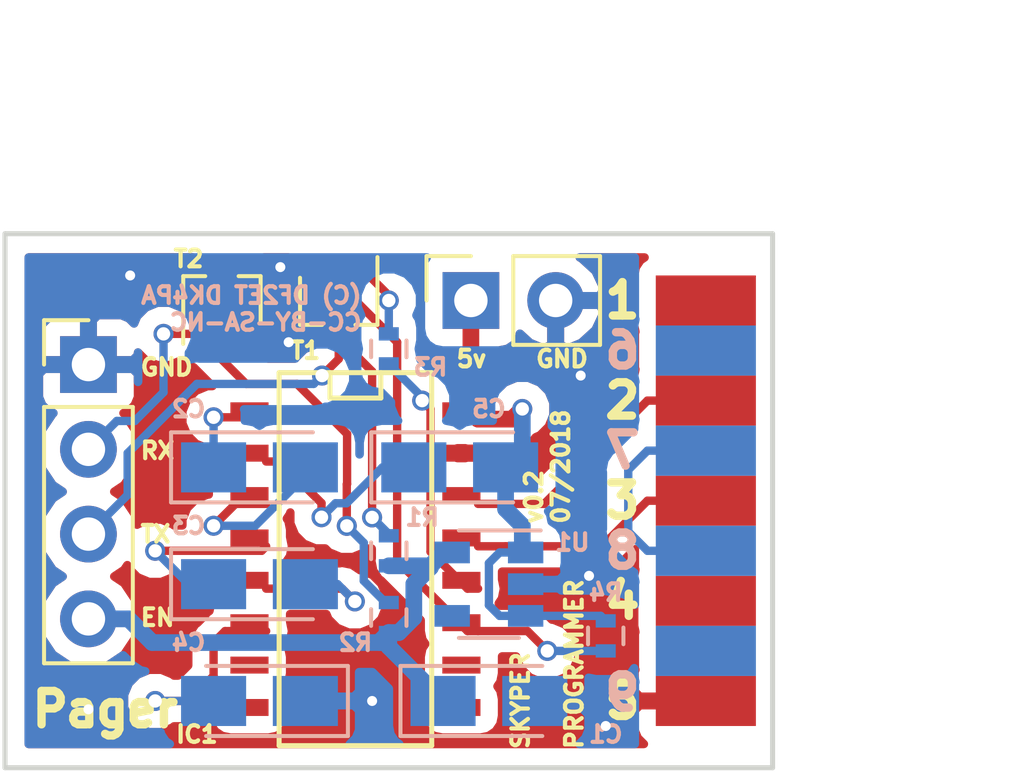
<source format=kicad_pcb>
(kicad_pcb (version 20171130) (host pcbnew 5.0.0-rc3-unknown-14ce5182~65~ubuntu18.04.1)

  (general
    (thickness 1.6)
    (drawings 24)
    (tracks 137)
    (zones 0)
    (modules 32)
    (nets 18)
  )

  (page A4)
  (title_block
    (title SKYPER_PROGRAMMER)
    (date 2018-07-11)
    (rev v0.2)
    (company "J. Putzger, DF2ET, DK4PA")
  )

  (layers
    (0 F.Cu signal)
    (31 B.Cu signal)
    (32 B.Adhes user)
    (33 F.Adhes user)
    (34 B.Paste user)
    (35 F.Paste user)
    (36 B.SilkS user)
    (37 F.SilkS user)
    (38 B.Mask user)
    (39 F.Mask user)
    (40 Dwgs.User user)
    (41 Cmts.User user)
    (42 Eco1.User user)
    (43 Eco2.User user)
    (44 Edge.Cuts user)
    (45 Margin user)
    (46 B.CrtYd user)
    (47 F.CrtYd user)
    (48 B.Fab user hide)
    (49 F.Fab user hide)
  )

  (setup
    (last_trace_width 0.25)
    (user_trace_width 0.5)
    (user_trace_width 0.75)
    (trace_clearance 0.2)
    (zone_clearance 0.508)
    (zone_45_only no)
    (trace_min 0.2)
    (segment_width 0.2)
    (edge_width 0.15)
    (via_size 0.6)
    (via_drill 0.4)
    (via_min_size 0.4)
    (via_min_drill 0.3)
    (uvia_size 0.3)
    (uvia_drill 0.1)
    (uvias_allowed no)
    (uvia_min_size 0.2)
    (uvia_min_drill 0.1)
    (pcb_text_width 0.3)
    (pcb_text_size 1.5 1.5)
    (mod_edge_width 0.15)
    (mod_text_size 1 1)
    (mod_text_width 0.15)
    (pad_size 0.6 0.6)
    (pad_drill 0.3)
    (pad_to_mask_clearance 0.2)
    (aux_axis_origin 0 0)
    (visible_elements 7FFFFFFF)
    (pcbplotparams
      (layerselection 0x00030_80000001)
      (usegerberextensions false)
      (usegerberattributes false)
      (usegerberadvancedattributes false)
      (creategerberjobfile false)
      (excludeedgelayer true)
      (linewidth 0.100000)
      (plotframeref false)
      (viasonmask false)
      (mode 1)
      (useauxorigin false)
      (hpglpennumber 1)
      (hpglpenspeed 20)
      (hpglpendiameter 15.000000)
      (psnegative false)
      (psa4output false)
      (plotreference true)
      (plotvalue true)
      (plotinvisibletext false)
      (padsonsilk false)
      (subtractmaskfromsilk false)
      (outputformat 1)
      (mirror false)
      (drillshape 1)
      (scaleselection 1)
      (outputdirectory ""))
  )

  (net 0 "")
  (net 1 GND)
  (net 2 +3V0)
  (net 3 "Net-(C2-Pad2)")
  (net 4 "Net-(C2-Pad1)")
  (net 5 "Net-(C3-Pad1)")
  (net 6 "Net-(C3-Pad2)")
  (net 7 "Net-(C4-Pad2)")
  (net 8 +5V)
  (net 9 "Net-(C5-Pad1)")
  (net 10 "Net-(R3-Pad2)")
  (net 11 "Net-(IC1-Pad11)")
  (net 12 "Net-(IC1-Pad12)")
  (net 13 "Net-(IC1-Pad13)")
  (net 14 "Net-(IC1-Pad14)")
  (net 15 "Net-(J1-Pad2)")
  (net 16 "Net-(J1-Pad3)")
  (net 17 "Net-(J6-Pad1)")

  (net_class Default "Dies ist die voreingestellte Netzklasse."
    (clearance 0.2)
    (trace_width 0.25)
    (via_dia 0.6)
    (via_drill 0.4)
    (uvia_dia 0.3)
    (uvia_drill 0.1)
    (add_net +3V0)
    (add_net +5V)
    (add_net GND)
    (add_net "Net-(C2-Pad1)")
    (add_net "Net-(C2-Pad2)")
    (add_net "Net-(C3-Pad1)")
    (add_net "Net-(C3-Pad2)")
    (add_net "Net-(C4-Pad2)")
    (add_net "Net-(C5-Pad1)")
    (add_net "Net-(IC1-Pad11)")
    (add_net "Net-(IC1-Pad12)")
    (add_net "Net-(IC1-Pad13)")
    (add_net "Net-(IC1-Pad14)")
    (add_net "Net-(J1-Pad2)")
    (add_net "Net-(J1-Pad3)")
    (add_net "Net-(J6-Pad1)")
    (add_net "Net-(R3-Pad2)")
  )

  (module SubD_Connector:VIA-0.6mm (layer F.Cu) (tedit 5B01F2CE) (tstamp 5B178186)
    (at 144.25 72)
    (fp_text reference REF** (at 0 1.7) (layer F.SilkS) hide
      (effects (font (size 1 1) (thickness 0.15)))
    )
    (fp_text value VIA-0.6mm (at 0 -1.4) (layer F.Fab) hide
      (effects (font (size 1 1) (thickness 0.15)))
    )
    (pad 1 thru_hole circle (at 0 0) (size 0.6 0.6) (drill 0.3) (layers *.Cu)
      (net 1 GND) (zone_connect 2))
  )

  (module SubD_Connector:VIA-0.6mm (layer F.Cu) (tedit 5B01F2CE) (tstamp 5B178177)
    (at 144.5 74.25)
    (fp_text reference REF** (at 0 1.7) (layer F.SilkS) hide
      (effects (font (size 1 1) (thickness 0.15)))
    )
    (fp_text value VIA-0.6mm (at 0 -1.4) (layer F.Fab) hide
      (effects (font (size 1 1) (thickness 0.15)))
    )
    (pad 1 thru_hole circle (at 0 0) (size 0.6 0.6) (drill 0.3) (layers *.Cu)
      (net 1 GND) (zone_connect 2))
  )

  (module SubD_Connector:VIA-0.6mm (layer F.Cu) (tedit 5B01F2CE) (tstamp 5B17816B)
    (at 154 85.75)
    (fp_text reference REF** (at 0 1.7) (layer F.SilkS) hide
      (effects (font (size 1 1) (thickness 0.15)))
    )
    (fp_text value VIA-0.6mm (at 0 -1.4) (layer F.Fab) hide
      (effects (font (size 1 1) (thickness 0.15)))
    )
    (pad 1 thru_hole circle (at 0 0) (size 0.6 0.6) (drill 0.3) (layers *.Cu)
      (net 1 GND) (zone_connect 2))
  )

  (module SubD_Connector:VIA-0.6mm (layer F.Cu) (tedit 5B01F3FD) (tstamp 5B17813E)
    (at 138.5 85.25)
    (fp_text reference REF** (at 0 1.7) (layer F.SilkS) hide
      (effects (font (size 1 1) (thickness 0.15)))
    )
    (fp_text value VIA-0.6mm (at 0 -1.4) (layer F.Fab) hide
      (effects (font (size 1 1) (thickness 0.15)))
    )
    (pad 1 thru_hole circle (at 0 0) (size 0.6 0.6) (drill 0.3) (layers *.Cu)
      (net 1 GND) (zone_connect 2))
  )

  (module SubD_Connector:VIA-0.6mm (layer F.Cu) (tedit 5B01F2CE) (tstamp 5B178136)
    (at 139.75 72.25)
    (fp_text reference REF** (at 0 1.7) (layer F.SilkS) hide
      (effects (font (size 1 1) (thickness 0.15)))
    )
    (fp_text value VIA-0.6mm (at 0 -1.4) (layer F.Fab) hide
      (effects (font (size 1 1) (thickness 0.15)))
    )
    (pad 1 thru_hole circle (at 0 0) (size 0.6 0.6) (drill 0.3) (layers *.Cu)
      (net 1 GND) (zone_connect 2))
  )

  (module SubD_Connector:VIA-0.6mm (layer F.Cu) (tedit 5B01F2CE) (tstamp 5B17812E)
    (at 153.25 75.25)
    (fp_text reference REF** (at 0 1.7) (layer F.SilkS) hide
      (effects (font (size 1 1) (thickness 0.15)))
    )
    (fp_text value VIA-0.6mm (at 0 -1.4) (layer F.Fab) hide
      (effects (font (size 1 1) (thickness 0.15)))
    )
    (pad 1 thru_hole circle (at 0 0) (size 0.6 0.6) (drill 0.3) (layers *.Cu)
      (net 1 GND) (zone_connect 2))
  )

  (module SubD_Connector:VIA-0.6mm (layer F.Cu) (tedit 5B01F2CE) (tstamp 5B17997F)
    (at 153.5 81.25)
    (fp_text reference REF** (at 0 1.7) (layer F.SilkS) hide
      (effects (font (size 1 1) (thickness 0.15)))
    )
    (fp_text value VIA-0.6mm (at 0 -1.4) (layer F.Fab) hide
      (effects (font (size 1 1) (thickness 0.15)))
    )
    (pad 1 thru_hole circle (at 0 0) (size 0.6 0.6) (drill 0.3) (layers *.Cu)
      (net 1 GND) (zone_connect 2))
  )

  (module Connector_PinHeader_2.54mm:PinHeader_1x04_P2.54mm_Vertical (layer F.Cu) (tedit 5B01F568) (tstamp 5B54FEAE)
    (at 138.5 74.92)
    (descr "Through hole straight pin header, 1x04, 2.54mm pitch, single row")
    (tags "Through hole pin header THT 1x04 2.54mm single row")
    (path /5B0317B1)
    (fp_text reference J1 (at 0 -2.33) (layer F.SilkS) hide
      (effects (font (size 1 1) (thickness 0.15)))
    )
    (fp_text value Pager (at 0 9.95) (layer F.Fab)
      (effects (font (size 1 1) (thickness 0.15)))
    )
    (fp_line (start -0.635 -1.27) (end 1.27 -1.27) (layer F.Fab) (width 0.1))
    (fp_line (start 1.27 -1.27) (end 1.27 8.89) (layer F.Fab) (width 0.1))
    (fp_line (start 1.27 8.89) (end -1.27 8.89) (layer F.Fab) (width 0.1))
    (fp_line (start -1.27 8.89) (end -1.27 -0.635) (layer F.Fab) (width 0.1))
    (fp_line (start -1.27 -0.635) (end -0.635 -1.27) (layer F.Fab) (width 0.1))
    (fp_line (start -1.33 8.95) (end 1.33 8.95) (layer F.SilkS) (width 0.12))
    (fp_line (start -1.33 1.27) (end -1.33 8.95) (layer F.SilkS) (width 0.12))
    (fp_line (start 1.33 1.27) (end 1.33 8.95) (layer F.SilkS) (width 0.12))
    (fp_line (start -1.33 1.27) (end 1.33 1.27) (layer F.SilkS) (width 0.12))
    (fp_line (start -1.33 0) (end -1.33 -1.33) (layer F.SilkS) (width 0.12))
    (fp_line (start -1.33 -1.33) (end 0 -1.33) (layer F.SilkS) (width 0.12))
    (fp_line (start -1.8 -1.8) (end -1.8 9.4) (layer F.CrtYd) (width 0.05))
    (fp_line (start -1.8 9.4) (end 1.8 9.4) (layer F.CrtYd) (width 0.05))
    (fp_line (start 1.8 9.4) (end 1.8 -1.8) (layer F.CrtYd) (width 0.05))
    (fp_line (start 1.8 -1.8) (end -1.8 -1.8) (layer F.CrtYd) (width 0.05))
    (fp_text user %R (at 0 3.81 90) (layer F.Fab)
      (effects (font (size 1 1) (thickness 0.15)))
    )
    (pad 1 thru_hole rect (at 0 0) (size 1.7 1.7) (drill 1) (layers *.Cu *.Mask)
      (net 1 GND))
    (pad 2 thru_hole oval (at 0 2.54) (size 1.7 1.7) (drill 1) (layers *.Cu *.Mask)
      (net 15 "Net-(J1-Pad2)"))
    (pad 3 thru_hole oval (at 0 5.08) (size 1.7 1.7) (drill 1) (layers *.Cu *.Mask)
      (net 16 "Net-(J1-Pad3)"))
    (pad 4 thru_hole oval (at 0 7.62) (size 1.7 1.7) (drill 1) (layers *.Cu *.Mask)
      (net 2 +3V0))
  )

  (module "SubD_Connector:SubD Pad" (layer B.Cu) (tedit 5B01F4F1) (tstamp 5B2BED45)
    (at 157 77.5)
    (path /5B020E12)
    (fp_text reference J6 (at 0 -1.6) (layer B.SilkS) hide
      (effects (font (size 1 1) (thickness 0.15)) (justify mirror))
    )
    (fp_text value Pin7 (at -2.5 0) (layer B.Fab)
      (effects (font (size 1 1) (thickness 0.15)) (justify mirror))
    )
    (pad 1 smd rect (at 0 0) (size 3 1.5) (layers B.Cu B.Paste B.Mask)
      (net 17 "Net-(J6-Pad1)"))
  )

  (module "SubD_Connector:SubD Pad" (layer F.Cu) (tedit 5B01F499) (tstamp 5B2BED4A)
    (at 157 79)
    (path /5B020E50)
    (fp_text reference J7 (at 0 1.6) (layer F.SilkS) hide
      (effects (font (size 1 1) (thickness 0.15)))
    )
    (fp_text value Pin3 (at -2.5 0) (layer F.Fab)
      (effects (font (size 1 1) (thickness 0.15)))
    )
    (pad 1 smd rect (at 0 0) (size 3 1.5) (layers F.Cu F.Paste F.Mask)
      (net 13 "Net-(IC1-Pad13)"))
  )

  (module "SubD_Connector:SubD Pad" (layer B.Cu) (tedit 5B01F4FF) (tstamp 5B2BED4F)
    (at 157 80.5)
    (path /5B020E90)
    (fp_text reference J8 (at 0 -1.6) (layer B.SilkS) hide
      (effects (font (size 1 1) (thickness 0.15)) (justify mirror))
    )
    (fp_text value Pin8 (at -2.5 0) (layer B.Fab)
      (effects (font (size 1 1) (thickness 0.15)) (justify mirror))
    )
    (pad 1 smd rect (at 0 0) (size 3 1.5) (layers B.Cu B.Paste B.Mask)
      (net 17 "Net-(J6-Pad1)"))
  )

  (module "SubD_Connector:SubD Pad" (layer F.Cu) (tedit 5B01F4A8) (tstamp 5B2BED54)
    (at 157 82)
    (path /5B020ED6)
    (fp_text reference J9 (at 0 1.6) (layer F.SilkS) hide
      (effects (font (size 1 1) (thickness 0.15)))
    )
    (fp_text value Pin4 (at -2.5 0) (layer F.Fab)
      (effects (font (size 1 1) (thickness 0.15)))
    )
    (pad 1 smd rect (at 0 0) (size 3 1.5) (layers F.Cu F.Paste F.Mask))
  )

  (module "SubD_Connector:SubD Pad" (layer B.Cu) (tedit 5B01F50C) (tstamp 5B2BED59)
    (at 157 83.5)
    (path /5B020F1E)
    (fp_text reference J10 (at 0 -1.6) (layer B.SilkS) hide
      (effects (font (size 1 1) (thickness 0.15)) (justify mirror))
    )
    (fp_text value Pin9 (at -2.5 0) (layer B.Fab)
      (effects (font (size 1 1) (thickness 0.15)) (justify mirror))
    )
    (pad 1 smd rect (at 0 0) (size 3 1.5) (layers B.Cu B.Paste B.Mask))
  )

  (module "SubD_Connector:SubD Pad" (layer F.Cu) (tedit 5B01F4B5) (tstamp 5B2BED5E)
    (at 157 85)
    (path /5B020F7E)
    (fp_text reference J11 (at 0 1.6) (layer F.SilkS) hide
      (effects (font (size 1 1) (thickness 0.15)))
    )
    (fp_text value Pin5 (at -2.5 0) (layer F.Fab)
      (effects (font (size 1 1) (thickness 0.15)))
    )
    (pad 1 smd rect (at 0 0) (size 3 1.5) (layers F.Cu F.Paste F.Mask)
      (net 1 GND))
  )

  (module Capacitors_Tantalum_SMD:CP_Tantalum_Case-A_EIA-3216-18_Reflow (layer B.Cu) (tedit 5B01F7DD) (tstamp 5B550B12)
    (at 150.5 85)
    (descr "Tantalum capacitor, Case A, EIA 3216-18, 3.2x1.6x1.6mm, Reflow soldering footprint")
    (tags "capacitor tantalum smd")
    (path /5A19746E)
    (attr smd)
    (fp_text reference C1 (at 3.5 1) (layer B.SilkS)
      (effects (font (size 0.5 0.5) (thickness 0.125)) (justify mirror))
    )
    (fp_text value 10µF (at 0 -2.55) (layer B.Fab)
      (effects (font (size 1 1) (thickness 0.15)) (justify mirror))
    )
    (fp_line (start -2.65 1.05) (end -2.65 -1.05) (layer B.SilkS) (width 0.12))
    (fp_line (start -2.65 -1.05) (end 1.6 -1.05) (layer B.SilkS) (width 0.12))
    (fp_line (start -2.65 1.05) (end 1.6 1.05) (layer B.SilkS) (width 0.12))
    (fp_line (start -1.12 0.8) (end -1.12 -0.8) (layer B.Fab) (width 0.1))
    (fp_line (start -1.28 0.8) (end -1.28 -0.8) (layer B.Fab) (width 0.1))
    (fp_line (start 1.6 0.8) (end -1.6 0.8) (layer B.Fab) (width 0.1))
    (fp_line (start 1.6 -0.8) (end 1.6 0.8) (layer B.Fab) (width 0.1))
    (fp_line (start -1.6 -0.8) (end 1.6 -0.8) (layer B.Fab) (width 0.1))
    (fp_line (start -1.6 0.8) (end -1.6 -0.8) (layer B.Fab) (width 0.1))
    (fp_line (start 2.75 1.2) (end -2.75 1.2) (layer B.CrtYd) (width 0.05))
    (fp_line (start 2.75 -1.2) (end 2.75 1.2) (layer B.CrtYd) (width 0.05))
    (fp_line (start -2.75 -1.2) (end 2.75 -1.2) (layer B.CrtYd) (width 0.05))
    (fp_line (start -2.75 1.2) (end -2.75 -1.2) (layer B.CrtYd) (width 0.05))
    (fp_text user %R (at 0 0) (layer B.Fab)
      (effects (font (size 0.7 0.7) (thickness 0.105)) (justify mirror))
    )
    (pad 2 smd rect (at 1.375 0) (size 1.95 1.5) (layers B.Cu B.Paste B.Mask)
      (net 1 GND))
    (pad 1 smd rect (at -1.375 0) (size 1.95 1.5) (layers B.Cu B.Paste B.Mask)
      (net 2 +3V0))
    (model ${KISYS3DMOD}/Capacitor_Tantalum_SMD.3dshapes/CP_EIA-3216-18_Kemet-A.wrl
      (at (xyz 0 0 0))
      (scale (xyz 1 1 1))
      (rotate (xyz 0 0 0))
    )
  )

  (module Capacitors_Tantalum_SMD:CP_Tantalum_Case-A_EIA-3216-18_Reflow (layer B.Cu) (tedit 5B01F7A5) (tstamp 5B54FE3F)
    (at 143.625 78)
    (descr "Tantalum capacitor, Case A, EIA 3216-18, 3.2x1.6x1.6mm, Reflow soldering footprint")
    (tags "capacitor tantalum smd")
    (path /5A1955B7)
    (attr smd)
    (fp_text reference C2 (at -2.125 -1.75) (layer B.SilkS)
      (effects (font (size 0.5 0.5) (thickness 0.125)) (justify mirror))
    )
    (fp_text value 1µF (at 0 -2.55) (layer B.Fab)
      (effects (font (size 1 1) (thickness 0.15)) (justify mirror))
    )
    (fp_line (start -2.65 1.05) (end -2.65 -1.05) (layer B.SilkS) (width 0.12))
    (fp_line (start -2.65 -1.05) (end 1.6 -1.05) (layer B.SilkS) (width 0.12))
    (fp_line (start -2.65 1.05) (end 1.6 1.05) (layer B.SilkS) (width 0.12))
    (fp_line (start -1.12 0.8) (end -1.12 -0.8) (layer B.Fab) (width 0.1))
    (fp_line (start -1.28 0.8) (end -1.28 -0.8) (layer B.Fab) (width 0.1))
    (fp_line (start 1.6 0.8) (end -1.6 0.8) (layer B.Fab) (width 0.1))
    (fp_line (start 1.6 -0.8) (end 1.6 0.8) (layer B.Fab) (width 0.1))
    (fp_line (start -1.6 -0.8) (end 1.6 -0.8) (layer B.Fab) (width 0.1))
    (fp_line (start -1.6 0.8) (end -1.6 -0.8) (layer B.Fab) (width 0.1))
    (fp_line (start 2.75 1.2) (end -2.75 1.2) (layer B.CrtYd) (width 0.05))
    (fp_line (start 2.75 -1.2) (end 2.75 1.2) (layer B.CrtYd) (width 0.05))
    (fp_line (start -2.75 -1.2) (end 2.75 -1.2) (layer B.CrtYd) (width 0.05))
    (fp_line (start -2.75 1.2) (end -2.75 -1.2) (layer B.CrtYd) (width 0.05))
    (fp_text user %R (at 0 0) (layer B.Fab)
      (effects (font (size 0.7 0.7) (thickness 0.105)) (justify mirror))
    )
    (pad 2 smd rect (at 1.375 0) (size 1.95 1.5) (layers B.Cu B.Paste B.Mask)
      (net 3 "Net-(C2-Pad2)"))
    (pad 1 smd rect (at -1.375 0) (size 1.95 1.5) (layers B.Cu B.Paste B.Mask)
      (net 4 "Net-(C2-Pad1)"))
    (model ${KISYS3DMOD}/Capacitor_Tantalum_SMD.3dshapes/CP_EIA-3216-18_Kemet-A.wrl
      (at (xyz 0 0 0))
      (scale (xyz 1 1 1))
      (rotate (xyz 0 0 0))
    )
  )

  (module Capacitors_Tantalum_SMD:CP_Tantalum_Case-A_EIA-3216-18_Reflow (layer B.Cu) (tedit 5B01F7CD) (tstamp 5B55082C)
    (at 143.625 81.5)
    (descr "Tantalum capacitor, Case A, EIA 3216-18, 3.2x1.6x1.6mm, Reflow soldering footprint")
    (tags "capacitor tantalum smd")
    (path /5A19562A)
    (attr smd)
    (fp_text reference C3 (at -2.125 -1.75) (layer B.SilkS)
      (effects (font (size 0.5 0.5) (thickness 0.125)) (justify mirror))
    )
    (fp_text value 1µF (at 0 -2.55) (layer B.Fab)
      (effects (font (size 1 1) (thickness 0.15)) (justify mirror))
    )
    (fp_text user %R (at 0 0) (layer B.Fab)
      (effects (font (size 0.7 0.7) (thickness 0.105)) (justify mirror))
    )
    (fp_line (start -2.75 1.2) (end -2.75 -1.2) (layer B.CrtYd) (width 0.05))
    (fp_line (start -2.75 -1.2) (end 2.75 -1.2) (layer B.CrtYd) (width 0.05))
    (fp_line (start 2.75 -1.2) (end 2.75 1.2) (layer B.CrtYd) (width 0.05))
    (fp_line (start 2.75 1.2) (end -2.75 1.2) (layer B.CrtYd) (width 0.05))
    (fp_line (start -1.6 0.8) (end -1.6 -0.8) (layer B.Fab) (width 0.1))
    (fp_line (start -1.6 -0.8) (end 1.6 -0.8) (layer B.Fab) (width 0.1))
    (fp_line (start 1.6 -0.8) (end 1.6 0.8) (layer B.Fab) (width 0.1))
    (fp_line (start 1.6 0.8) (end -1.6 0.8) (layer B.Fab) (width 0.1))
    (fp_line (start -1.28 0.8) (end -1.28 -0.8) (layer B.Fab) (width 0.1))
    (fp_line (start -1.12 0.8) (end -1.12 -0.8) (layer B.Fab) (width 0.1))
    (fp_line (start -2.65 1.05) (end 1.6 1.05) (layer B.SilkS) (width 0.12))
    (fp_line (start -2.65 -1.05) (end 1.6 -1.05) (layer B.SilkS) (width 0.12))
    (fp_line (start -2.65 1.05) (end -2.65 -1.05) (layer B.SilkS) (width 0.12))
    (pad 1 smd rect (at -1.375 0) (size 1.95 1.5) (layers B.Cu B.Paste B.Mask)
      (net 5 "Net-(C3-Pad1)"))
    (pad 2 smd rect (at 1.375 0) (size 1.95 1.5) (layers B.Cu B.Paste B.Mask)
      (net 6 "Net-(C3-Pad2)"))
    (model ${KISYS3DMOD}/Capacitor_Tantalum_SMD.3dshapes/CP_EIA-3216-18_Kemet-A.wrl
      (at (xyz 0 0 0))
      (scale (xyz 1 1 1))
      (rotate (xyz 0 0 0))
    )
  )

  (module Capacitors_Tantalum_SMD:CP_Tantalum_Case-A_EIA-3216-18_Reflow (layer B.Cu) (tedit 5B01F7B6) (tstamp 5B54FE67)
    (at 143.625 85 180)
    (descr "Tantalum capacitor, Case A, EIA 3216-18, 3.2x1.6x1.6mm, Reflow soldering footprint")
    (tags "capacitor tantalum smd")
    (path /5A195A4D)
    (attr smd)
    (fp_text reference C4 (at 2.125 1.75 180) (layer B.SilkS)
      (effects (font (size 0.5 0.5) (thickness 0.125)) (justify mirror))
    )
    (fp_text value 1µF (at 0 -2.55 180) (layer B.Fab)
      (effects (font (size 1 1) (thickness 0.15)) (justify mirror))
    )
    (fp_text user %R (at 0 0 180) (layer B.Fab)
      (effects (font (size 0.7 0.7) (thickness 0.105)) (justify mirror))
    )
    (fp_line (start -2.75 1.2) (end -2.75 -1.2) (layer B.CrtYd) (width 0.05))
    (fp_line (start -2.75 -1.2) (end 2.75 -1.2) (layer B.CrtYd) (width 0.05))
    (fp_line (start 2.75 -1.2) (end 2.75 1.2) (layer B.CrtYd) (width 0.05))
    (fp_line (start 2.75 1.2) (end -2.75 1.2) (layer B.CrtYd) (width 0.05))
    (fp_line (start -1.6 0.8) (end -1.6 -0.8) (layer B.Fab) (width 0.1))
    (fp_line (start -1.6 -0.8) (end 1.6 -0.8) (layer B.Fab) (width 0.1))
    (fp_line (start 1.6 -0.8) (end 1.6 0.8) (layer B.Fab) (width 0.1))
    (fp_line (start 1.6 0.8) (end -1.6 0.8) (layer B.Fab) (width 0.1))
    (fp_line (start -1.28 0.8) (end -1.28 -0.8) (layer B.Fab) (width 0.1))
    (fp_line (start -1.12 0.8) (end -1.12 -0.8) (layer B.Fab) (width 0.1))
    (fp_line (start -2.65 1.05) (end 1.6 1.05) (layer B.SilkS) (width 0.12))
    (fp_line (start -2.65 -1.05) (end 1.6 -1.05) (layer B.SilkS) (width 0.12))
    (fp_line (start -2.65 1.05) (end -2.65 -1.05) (layer B.SilkS) (width 0.12))
    (pad 1 smd rect (at -1.375 0 180) (size 1.95 1.5) (layers B.Cu B.Paste B.Mask)
      (net 1 GND))
    (pad 2 smd rect (at 1.375 0 180) (size 1.95 1.5) (layers B.Cu B.Paste B.Mask)
      (net 7 "Net-(C4-Pad2)"))
    (model ${KISYS3DMOD}/Capacitor_Tantalum_SMD.3dshapes/CP_EIA-3216-18_Kemet-A.wrl
      (at (xyz 0 0 0))
      (scale (xyz 1 1 1))
      (rotate (xyz 0 0 0))
    )
  )

  (module Capacitors_Tantalum_SMD:CP_Tantalum_Case-A_EIA-3216-18_Reflow (layer B.Cu) (tedit 5B01F814) (tstamp 5B54FE7B)
    (at 149.625 78)
    (descr "Tantalum capacitor, Case A, EIA 3216-18, 3.2x1.6x1.6mm, Reflow soldering footprint")
    (tags "capacitor tantalum smd")
    (path /5A1959DA)
    (attr smd)
    (fp_text reference C5 (at 0.875 -1.75) (layer B.SilkS)
      (effects (font (size 0.5 0.5) (thickness 0.125)) (justify mirror))
    )
    (fp_text value 1µF (at 0 -2.55) (layer B.Fab)
      (effects (font (size 1 1) (thickness 0.15)) (justify mirror))
    )
    (fp_line (start -2.65 1.05) (end -2.65 -1.05) (layer B.SilkS) (width 0.12))
    (fp_line (start -2.65 -1.05) (end 1.6 -1.05) (layer B.SilkS) (width 0.12))
    (fp_line (start -2.65 1.05) (end 1.6 1.05) (layer B.SilkS) (width 0.12))
    (fp_line (start -1.12 0.8) (end -1.12 -0.8) (layer B.Fab) (width 0.1))
    (fp_line (start -1.28 0.8) (end -1.28 -0.8) (layer B.Fab) (width 0.1))
    (fp_line (start 1.6 0.8) (end -1.6 0.8) (layer B.Fab) (width 0.1))
    (fp_line (start 1.6 -0.8) (end 1.6 0.8) (layer B.Fab) (width 0.1))
    (fp_line (start -1.6 -0.8) (end 1.6 -0.8) (layer B.Fab) (width 0.1))
    (fp_line (start -1.6 0.8) (end -1.6 -0.8) (layer B.Fab) (width 0.1))
    (fp_line (start 2.75 1.2) (end -2.75 1.2) (layer B.CrtYd) (width 0.05))
    (fp_line (start 2.75 -1.2) (end 2.75 1.2) (layer B.CrtYd) (width 0.05))
    (fp_line (start -2.75 -1.2) (end 2.75 -1.2) (layer B.CrtYd) (width 0.05))
    (fp_line (start -2.75 1.2) (end -2.75 -1.2) (layer B.CrtYd) (width 0.05))
    (fp_text user %R (at 0 0) (layer B.Fab)
      (effects (font (size 0.7 0.7) (thickness 0.105)) (justify mirror))
    )
    (pad 2 smd rect (at 1.375 0) (size 1.95 1.5) (layers B.Cu B.Paste B.Mask)
      (net 8 +5V))
    (pad 1 smd rect (at -1.375 0) (size 1.95 1.5) (layers B.Cu B.Paste B.Mask)
      (net 9 "Net-(C5-Pad1)"))
    (model ${KISYS3DMOD}/Capacitor_Tantalum_SMD.3dshapes/CP_EIA-3216-18_Kemet-A.wrl
      (at (xyz 0 0 0))
      (scale (xyz 1 1 1))
      (rotate (xyz 0 0 0))
    )
  )

  (module Connector_PinSocket_2.54mm:PinSocket_1x02_P2.54mm_Vertical (layer F.Cu) (tedit 5B01F618) (tstamp 5B54FEC4)
    (at 149.96 73 90)
    (descr "Through hole straight socket strip, 1x02, 2.54mm pitch, single row (from Kicad 4.0.7), script generated")
    (tags "Through hole socket strip THT 1x02 2.54mm single row")
    (path /5B031B53)
    (fp_text reference J2 (at 0 -2.77 180) (layer F.SilkS) hide
      (effects (font (size 1 1) (thickness 0.15)))
    )
    (fp_text value "USB PWR" (at 0 5.31 90) (layer F.Fab)
      (effects (font (size 1 1) (thickness 0.15)))
    )
    (fp_line (start -1.27 -1.27) (end 0.635 -1.27) (layer F.Fab) (width 0.1))
    (fp_line (start 0.635 -1.27) (end 1.27 -0.635) (layer F.Fab) (width 0.1))
    (fp_line (start 1.27 -0.635) (end 1.27 3.81) (layer F.Fab) (width 0.1))
    (fp_line (start 1.27 3.81) (end -1.27 3.81) (layer F.Fab) (width 0.1))
    (fp_line (start -1.27 3.81) (end -1.27 -1.27) (layer F.Fab) (width 0.1))
    (fp_line (start -1.33 1.27) (end 1.33 1.27) (layer F.SilkS) (width 0.12))
    (fp_line (start -1.33 1.27) (end -1.33 3.87) (layer F.SilkS) (width 0.12))
    (fp_line (start -1.33 3.87) (end 1.33 3.87) (layer F.SilkS) (width 0.12))
    (fp_line (start 1.33 1.27) (end 1.33 3.87) (layer F.SilkS) (width 0.12))
    (fp_line (start 1.33 -1.33) (end 1.33 0) (layer F.SilkS) (width 0.12))
    (fp_line (start 0 -1.33) (end 1.33 -1.33) (layer F.SilkS) (width 0.12))
    (fp_line (start -1.8 -1.8) (end 1.75 -1.8) (layer F.CrtYd) (width 0.05))
    (fp_line (start 1.75 -1.8) (end 1.75 4.3) (layer F.CrtYd) (width 0.05))
    (fp_line (start 1.75 4.3) (end -1.8 4.3) (layer F.CrtYd) (width 0.05))
    (fp_line (start -1.8 4.3) (end -1.8 -1.8) (layer F.CrtYd) (width 0.05))
    (fp_text user %R (at 0 1.27 180) (layer F.Fab)
      (effects (font (size 1 1) (thickness 0.15)))
    )
    (pad 1 thru_hole rect (at 0 0 90) (size 1.7 1.7) (drill 1) (layers *.Cu *.Mask)
      (net 8 +5V))
    (pad 2 thru_hole oval (at 0 2.54 90) (size 1.7 1.7) (drill 1) (layers *.Cu *.Mask)
      (net 1 GND))
  )

  (module "SubD_Connector:SubD Pad" (layer F.Cu) (tedit 5B01F471) (tstamp 5B54FEC9)
    (at 157 73)
    (path /5B020DD6)
    (fp_text reference J3 (at 0 1.6) (layer F.SilkS) hide
      (effects (font (size 1 1) (thickness 0.15)))
    )
    (fp_text value Pin1 (at -2.5 0) (layer F.Fab)
      (effects (font (size 1 1) (thickness 0.15)))
    )
    (pad 1 smd rect (at 0 0) (size 3 1.5) (layers F.Cu F.Paste F.Mask))
  )

  (module "SubD_Connector:SubD Pad" (layer B.Cu) (tedit 5B01F4D4) (tstamp 5B54FECE)
    (at 157 74.5)
    (path /5B020D86)
    (fp_text reference J4 (at 0 -1.6) (layer B.SilkS) hide
      (effects (font (size 1 1) (thickness 0.15)) (justify mirror))
    )
    (fp_text value Pin6 (at -2.5 0) (layer B.Fab)
      (effects (font (size 1 1) (thickness 0.15)) (justify mirror))
    )
    (pad 1 smd rect (at 0 0) (size 3 1.5) (layers B.Cu B.Paste B.Mask))
  )

  (module "SubD_Connector:SubD Pad" (layer F.Cu) (tedit 5B01F48B) (tstamp 5B54FED3)
    (at 157 76)
    (path /5B020D04)
    (fp_text reference J5 (at 0 1.6) (layer F.SilkS) hide
      (effects (font (size 1 1) (thickness 0.15)))
    )
    (fp_text value Pin2 (at -2.5 0) (layer F.Fab)
      (effects (font (size 1 1) (thickness 0.15)))
    )
    (pad 1 smd rect (at 0 0) (size 3 1.5) (layers F.Cu F.Paste F.Mask)
      (net 14 "Net-(IC1-Pad14)"))
  )

  (module Resistors_SMD:R_0402 (layer B.Cu) (tedit 5B01F834) (tstamp 5B54FEE4)
    (at 147.5 80.5 270)
    (descr "Resistor SMD 0402, reflow soldering, Vishay (see dcrcw.pdf)")
    (tags "resistor 0402")
    (path /5A196819)
    (attr smd)
    (fp_text reference R1 (at -1 -1) (layer B.SilkS)
      (effects (font (size 0.5 0.5) (thickness 0.125)) (justify mirror))
    )
    (fp_text value 10k (at 0 -1.45 270) (layer B.Fab)
      (effects (font (size 1 1) (thickness 0.15)) (justify mirror))
    )
    (fp_line (start 0.8 -0.45) (end -0.8 -0.45) (layer B.CrtYd) (width 0.05))
    (fp_line (start 0.8 -0.45) (end 0.8 0.45) (layer B.CrtYd) (width 0.05))
    (fp_line (start -0.8 0.45) (end -0.8 -0.45) (layer B.CrtYd) (width 0.05))
    (fp_line (start -0.8 0.45) (end 0.8 0.45) (layer B.CrtYd) (width 0.05))
    (fp_line (start -0.25 -0.53) (end 0.25 -0.53) (layer B.SilkS) (width 0.12))
    (fp_line (start 0.25 0.53) (end -0.25 0.53) (layer B.SilkS) (width 0.12))
    (fp_line (start -0.5 0.25) (end 0.5 0.25) (layer B.Fab) (width 0.1))
    (fp_line (start 0.5 0.25) (end 0.5 -0.25) (layer B.Fab) (width 0.1))
    (fp_line (start 0.5 -0.25) (end -0.5 -0.25) (layer B.Fab) (width 0.1))
    (fp_line (start -0.5 -0.25) (end -0.5 0.25) (layer B.Fab) (width 0.1))
    (fp_text user %R (at 0 1.35 270) (layer B.Fab)
      (effects (font (size 1 1) (thickness 0.15)) (justify mirror))
    )
    (pad 2 smd rect (at 0.45 0 270) (size 0.4 0.6) (layers B.Cu B.Paste B.Mask)
      (net 2 +3V0))
    (pad 1 smd rect (at -0.45 0 270) (size 0.4 0.6) (layers B.Cu B.Paste B.Mask)
      (net 16 "Net-(J1-Pad3)"))
    (model ${KISYS3DMOD}/Resistor_SMD.3dshapes/R_0402_1005Metric.wrl
      (at (xyz 0 0 0))
      (scale (xyz 1 1 1))
      (rotate (xyz 0 0 0))
    )
  )

  (module Resistors_SMD:R_0402 (layer B.Cu) (tedit 5B01F83D) (tstamp 5B54FEF5)
    (at 147.5 82.5 270)
    (descr "Resistor SMD 0402, reflow soldering, Vishay (see dcrcw.pdf)")
    (tags "resistor 0402")
    (path /5A196C7C)
    (attr smd)
    (fp_text reference R2 (at 0.75 1) (layer B.SilkS)
      (effects (font (size 0.5 0.5) (thickness 0.125)) (justify mirror))
    )
    (fp_text value 47k (at 0 -1.45 270) (layer B.Fab)
      (effects (font (size 1 1) (thickness 0.15)) (justify mirror))
    )
    (fp_line (start 0.8 -0.45) (end -0.8 -0.45) (layer B.CrtYd) (width 0.05))
    (fp_line (start 0.8 -0.45) (end 0.8 0.45) (layer B.CrtYd) (width 0.05))
    (fp_line (start -0.8 0.45) (end -0.8 -0.45) (layer B.CrtYd) (width 0.05))
    (fp_line (start -0.8 0.45) (end 0.8 0.45) (layer B.CrtYd) (width 0.05))
    (fp_line (start -0.25 -0.53) (end 0.25 -0.53) (layer B.SilkS) (width 0.12))
    (fp_line (start 0.25 0.53) (end -0.25 0.53) (layer B.SilkS) (width 0.12))
    (fp_line (start -0.5 0.25) (end 0.5 0.25) (layer B.Fab) (width 0.1))
    (fp_line (start 0.5 0.25) (end 0.5 -0.25) (layer B.Fab) (width 0.1))
    (fp_line (start 0.5 -0.25) (end -0.5 -0.25) (layer B.Fab) (width 0.1))
    (fp_line (start -0.5 -0.25) (end -0.5 0.25) (layer B.Fab) (width 0.1))
    (fp_text user %R (at 0 1.35 270) (layer B.Fab)
      (effects (font (size 1 1) (thickness 0.15)) (justify mirror))
    )
    (pad 2 smd rect (at 0.45 0 270) (size 0.4 0.6) (layers B.Cu B.Paste B.Mask)
      (net 2 +3V0))
    (pad 1 smd rect (at -0.45 0 270) (size 0.4 0.6) (layers B.Cu B.Paste B.Mask)
      (net 15 "Net-(J1-Pad2)"))
    (model ${KISYS3DMOD}/Resistor_SMD.3dshapes/R_0402_1005Metric.wrl
      (at (xyz 0 0 0))
      (scale (xyz 1 1 1))
      (rotate (xyz 0 0 0))
    )
  )

  (module Resistors_SMD:R_0402 (layer B.Cu) (tedit 5B01F786) (tstamp 5B54FF06)
    (at 147.5 74.45 90)
    (descr "Resistor SMD 0402, reflow soldering, Vishay (see dcrcw.pdf)")
    (tags "resistor 0402")
    (path /5A194FF5)
    (attr smd)
    (fp_text reference R3 (at -0.55 1.25 180) (layer B.SilkS)
      (effects (font (size 0.5 0.5) (thickness 0.125)) (justify mirror))
    )
    (fp_text value 10k (at 0 -1.45 90) (layer B.Fab)
      (effects (font (size 1 1) (thickness 0.15)) (justify mirror))
    )
    (fp_text user %R (at 0 1.35 90) (layer B.Fab)
      (effects (font (size 1 1) (thickness 0.15)) (justify mirror))
    )
    (fp_line (start -0.5 -0.25) (end -0.5 0.25) (layer B.Fab) (width 0.1))
    (fp_line (start 0.5 -0.25) (end -0.5 -0.25) (layer B.Fab) (width 0.1))
    (fp_line (start 0.5 0.25) (end 0.5 -0.25) (layer B.Fab) (width 0.1))
    (fp_line (start -0.5 0.25) (end 0.5 0.25) (layer B.Fab) (width 0.1))
    (fp_line (start 0.25 0.53) (end -0.25 0.53) (layer B.SilkS) (width 0.12))
    (fp_line (start -0.25 -0.53) (end 0.25 -0.53) (layer B.SilkS) (width 0.12))
    (fp_line (start -0.8 0.45) (end 0.8 0.45) (layer B.CrtYd) (width 0.05))
    (fp_line (start -0.8 0.45) (end -0.8 -0.45) (layer B.CrtYd) (width 0.05))
    (fp_line (start 0.8 -0.45) (end 0.8 0.45) (layer B.CrtYd) (width 0.05))
    (fp_line (start 0.8 -0.45) (end -0.8 -0.45) (layer B.CrtYd) (width 0.05))
    (pad 1 smd rect (at -0.45 0 90) (size 0.4 0.6) (layers B.Cu B.Paste B.Mask)
      (net 12 "Net-(IC1-Pad12)"))
    (pad 2 smd rect (at 0.45 0 90) (size 0.4 0.6) (layers B.Cu B.Paste B.Mask)
      (net 10 "Net-(R3-Pad2)"))
    (model ${KISYS3DMOD}/Resistor_SMD.3dshapes/R_0402_1005Metric.wrl
      (at (xyz 0 0 0))
      (scale (xyz 1 1 1))
      (rotate (xyz 0 0 0))
    )
  )

  (module Resistors_SMD:R_0402 (layer B.Cu) (tedit 5B01F7F0) (tstamp 5B54FF17)
    (at 154 83.05 90)
    (descr "Resistor SMD 0402, reflow soldering, Vishay (see dcrcw.pdf)")
    (tags "resistor 0402")
    (path /5A196F93)
    (attr smd)
    (fp_text reference R4 (at 1.3 0 180) (layer B.SilkS)
      (effects (font (size 0.5 0.5) (thickness 0.125)) (justify mirror))
    )
    (fp_text value 10k (at 0 -1.45 90) (layer B.Fab)
      (effects (font (size 1 1) (thickness 0.15)) (justify mirror))
    )
    (fp_text user %R (at 0 1.35 90) (layer B.Fab)
      (effects (font (size 1 1) (thickness 0.15)) (justify mirror))
    )
    (fp_line (start -0.5 -0.25) (end -0.5 0.25) (layer B.Fab) (width 0.1))
    (fp_line (start 0.5 -0.25) (end -0.5 -0.25) (layer B.Fab) (width 0.1))
    (fp_line (start 0.5 0.25) (end 0.5 -0.25) (layer B.Fab) (width 0.1))
    (fp_line (start -0.5 0.25) (end 0.5 0.25) (layer B.Fab) (width 0.1))
    (fp_line (start 0.25 0.53) (end -0.25 0.53) (layer B.SilkS) (width 0.12))
    (fp_line (start -0.25 -0.53) (end 0.25 -0.53) (layer B.SilkS) (width 0.12))
    (fp_line (start -0.8 0.45) (end 0.8 0.45) (layer B.CrtYd) (width 0.05))
    (fp_line (start -0.8 0.45) (end -0.8 -0.45) (layer B.CrtYd) (width 0.05))
    (fp_line (start 0.8 -0.45) (end 0.8 0.45) (layer B.CrtYd) (width 0.05))
    (fp_line (start 0.8 -0.45) (end -0.8 -0.45) (layer B.CrtYd) (width 0.05))
    (pad 1 smd rect (at -0.45 0 90) (size 0.4 0.6) (layers B.Cu B.Paste B.Mask)
      (net 11 "Net-(IC1-Pad11)"))
    (pad 2 smd rect (at 0.45 0 90) (size 0.4 0.6) (layers B.Cu B.Paste B.Mask)
      (net 8 +5V))
    (model ${KISYS3DMOD}/Resistor_SMD.3dshapes/R_0402_1005Metric.wrl
      (at (xyz 0 0 0))
      (scale (xyz 1 1 1))
      (rotate (xyz 0 0 0))
    )
  )

  (module TO_SOT_Packages_SMD:SOT-323_SC-70 (layer F.Cu) (tedit 5B01F682) (tstamp 5B54FF2C)
    (at 146 73 270)
    (descr "SOT-323, SC-70")
    (tags "SOT-323 SC-70")
    (path /5A194F28)
    (attr smd)
    (fp_text reference T1 (at 1.5 1) (layer F.SilkS)
      (effects (font (size 0.5 0.5) (thickness 0.125)))
    )
    (fp_text value BC847 (at -0.05 2.05 270) (layer F.Fab)
      (effects (font (size 1 1) (thickness 0.15)))
    )
    (fp_text user %R (at 0 0) (layer F.Fab)
      (effects (font (size 0.5 0.5) (thickness 0.075)))
    )
    (fp_line (start 0.73 0.5) (end 0.73 1.16) (layer F.SilkS) (width 0.12))
    (fp_line (start 0.73 -1.16) (end 0.73 -0.5) (layer F.SilkS) (width 0.12))
    (fp_line (start 1.7 1.3) (end -1.7 1.3) (layer F.CrtYd) (width 0.05))
    (fp_line (start 1.7 -1.3) (end 1.7 1.3) (layer F.CrtYd) (width 0.05))
    (fp_line (start -1.7 -1.3) (end 1.7 -1.3) (layer F.CrtYd) (width 0.05))
    (fp_line (start -1.7 1.3) (end -1.7 -1.3) (layer F.CrtYd) (width 0.05))
    (fp_line (start 0.73 -1.16) (end -1.3 -1.16) (layer F.SilkS) (width 0.12))
    (fp_line (start -0.68 1.16) (end 0.73 1.16) (layer F.SilkS) (width 0.12))
    (fp_line (start 0.67 -1.1) (end -0.18 -1.1) (layer F.Fab) (width 0.1))
    (fp_line (start -0.68 -0.6) (end -0.68 1.1) (layer F.Fab) (width 0.1))
    (fp_line (start 0.67 -1.1) (end 0.67 1.1) (layer F.Fab) (width 0.1))
    (fp_line (start 0.67 1.1) (end -0.68 1.1) (layer F.Fab) (width 0.1))
    (fp_line (start -0.18 -1.1) (end -0.68 -0.6) (layer F.Fab) (width 0.1))
    (pad 1 smd rect (at -1 -0.65 180) (size 0.45 0.7) (layers F.Cu F.Paste F.Mask)
      (net 10 "Net-(R3-Pad2)"))
    (pad 2 smd rect (at -1 0.65 180) (size 0.45 0.7) (layers F.Cu F.Paste F.Mask)
      (net 1 GND))
    (pad 3 smd rect (at 1 0 180) (size 0.45 0.7) (layers F.Cu F.Paste F.Mask)
      (net 16 "Net-(J1-Pad3)"))
    (model ${KISYS3DMOD}/TO_SOT_Packages_SMD.3dshapes/SOT-323_SC-70.wrl
      (at (xyz 0 0 0))
      (scale (xyz 1 1 1))
      (rotate (xyz 0 0 0))
    )
  )

  (module TO_SOT_Packages_SMD:SOT-323_SC-70 (layer F.Cu) (tedit 5B01F694) (tstamp 5B54FF41)
    (at 142.5 73 90)
    (descr "SOT-323, SC-70")
    (tags "SOT-323 SC-70")
    (path /5A19529C)
    (attr smd)
    (fp_text reference T2 (at 1.25 -1 180) (layer F.SilkS)
      (effects (font (size 0.5 0.5) (thickness 0.125)))
    )
    (fp_text value BC847 (at -0.05 2.05 90) (layer F.Fab)
      (effects (font (size 1 1) (thickness 0.15)))
    )
    (fp_line (start -0.18 -1.1) (end -0.68 -0.6) (layer F.Fab) (width 0.1))
    (fp_line (start 0.67 1.1) (end -0.68 1.1) (layer F.Fab) (width 0.1))
    (fp_line (start 0.67 -1.1) (end 0.67 1.1) (layer F.Fab) (width 0.1))
    (fp_line (start -0.68 -0.6) (end -0.68 1.1) (layer F.Fab) (width 0.1))
    (fp_line (start 0.67 -1.1) (end -0.18 -1.1) (layer F.Fab) (width 0.1))
    (fp_line (start -0.68 1.16) (end 0.73 1.16) (layer F.SilkS) (width 0.12))
    (fp_line (start 0.73 -1.16) (end -1.3 -1.16) (layer F.SilkS) (width 0.12))
    (fp_line (start -1.7 1.3) (end -1.7 -1.3) (layer F.CrtYd) (width 0.05))
    (fp_line (start -1.7 -1.3) (end 1.7 -1.3) (layer F.CrtYd) (width 0.05))
    (fp_line (start 1.7 -1.3) (end 1.7 1.3) (layer F.CrtYd) (width 0.05))
    (fp_line (start 1.7 1.3) (end -1.7 1.3) (layer F.CrtYd) (width 0.05))
    (fp_line (start 0.73 -1.16) (end 0.73 -0.5) (layer F.SilkS) (width 0.12))
    (fp_line (start 0.73 0.5) (end 0.73 1.16) (layer F.SilkS) (width 0.12))
    (fp_text user %R (at 0 0 180) (layer F.Fab)
      (effects (font (size 0.5 0.5) (thickness 0.075)))
    )
    (pad 3 smd rect (at 1 0) (size 0.45 0.7) (layers F.Cu F.Paste F.Mask)
      (net 11 "Net-(IC1-Pad11)"))
    (pad 2 smd rect (at -1 0.65) (size 0.45 0.7) (layers F.Cu F.Paste F.Mask)
      (net 1 GND))
    (pad 1 smd rect (at -1 -0.65) (size 0.45 0.7) (layers F.Cu F.Paste F.Mask)
      (net 15 "Net-(J1-Pad2)"))
    (model ${KISYS3DMOD}/TO_SOT_Packages_SMD.3dshapes/SOT-323_SC-70.wrl
      (at (xyz 0 0 0))
      (scale (xyz 1 1 1))
      (rotate (xyz 0 0 0))
    )
  )

  (module Package_TO_SOT_SMD:SOT-23-5 (layer B.Cu) (tedit 5B01F823) (tstamp 5B178214)
    (at 150.5 81.5 180)
    (descr "5-pin SOT23 package")
    (tags SOT-23-5)
    (path /5AE7A74F)
    (attr smd)
    (fp_text reference U1 (at -2.5 1.25 180) (layer B.SilkS)
      (effects (font (size 0.5 0.5) (thickness 0.125)) (justify mirror))
    )
    (fp_text value TC1055 (at 0 -2.9 180) (layer B.Fab)
      (effects (font (size 1 1) (thickness 0.15)) (justify mirror))
    )
    (fp_text user %R (at 0 0 90) (layer B.Fab)
      (effects (font (size 0.5 0.5) (thickness 0.075)) (justify mirror))
    )
    (fp_line (start -0.9 -1.61) (end 0.9 -1.61) (layer B.SilkS) (width 0.12))
    (fp_line (start 0.9 1.61) (end -1.55 1.61) (layer B.SilkS) (width 0.12))
    (fp_line (start -1.9 1.8) (end 1.9 1.8) (layer B.CrtYd) (width 0.05))
    (fp_line (start 1.9 1.8) (end 1.9 -1.8) (layer B.CrtYd) (width 0.05))
    (fp_line (start 1.9 -1.8) (end -1.9 -1.8) (layer B.CrtYd) (width 0.05))
    (fp_line (start -1.9 -1.8) (end -1.9 1.8) (layer B.CrtYd) (width 0.05))
    (fp_line (start -0.9 0.9) (end -0.25 1.55) (layer B.Fab) (width 0.1))
    (fp_line (start 0.9 1.55) (end -0.25 1.55) (layer B.Fab) (width 0.1))
    (fp_line (start -0.9 0.9) (end -0.9 -1.55) (layer B.Fab) (width 0.1))
    (fp_line (start 0.9 -1.55) (end -0.9 -1.55) (layer B.Fab) (width 0.1))
    (fp_line (start 0.9 1.55) (end 0.9 -1.55) (layer B.Fab) (width 0.1))
    (pad 1 smd rect (at -1.1 0.95 180) (size 1.06 0.65) (layers B.Cu B.Paste B.Mask)
      (net 8 +5V))
    (pad 2 smd rect (at -1.1 0 180) (size 1.06 0.65) (layers B.Cu B.Paste B.Mask)
      (net 1 GND))
    (pad 3 smd rect (at -1.1 -0.95 180) (size 1.06 0.65) (layers B.Cu B.Paste B.Mask)
      (net 8 +5V))
    (pad 4 smd rect (at 1.1 -0.95 180) (size 1.06 0.65) (layers B.Cu B.Paste B.Mask))
    (pad 5 smd rect (at 1.1 0.95 180) (size 1.06 0.65) (layers B.Cu B.Paste B.Mask)
      (net 2 +3V0))
    (model ${KISYS3DMOD}/Package_TO_SOT_SMD.3dshapes/SOT-23-5.wrl
      (at (xyz 0 0 0))
      (scale (xyz 1 1 1))
      (rotate (xyz 0 0 0))
    )
  )

  (module SubD_Connector:VIA-0.6mm (layer F.Cu) (tedit 5B01F2CE) (tstamp 5B17809C)
    (at 147 85)
    (fp_text reference REF** (at 0 1.7) (layer F.SilkS) hide
      (effects (font (size 1 1) (thickness 0.15)))
    )
    (fp_text value VIA-0.6mm (at 0 -1.4) (layer F.Fab) hide
      (effects (font (size 1 1) (thickness 0.15)))
    )
    (pad 1 thru_hole circle (at 0 0) (size 0.6 0.6) (drill 0.3) (layers *.Cu)
      (net 1 GND) (zone_connect 2))
  )

  (module SMD_Packages:SO-16-N (layer F.Cu) (tedit 5B01FD83) (tstamp 5B2C025E)
    (at 146.5 80.75 270)
    (descr "Module CMS SOJ 16 pins large")
    (tags "CMS SOJ")
    (path /5A194CC6)
    (attr smd)
    (fp_text reference IC1 (at 5.25 4.75) (layer F.SilkS)
      (effects (font (size 0.5 0.5) (thickness 0.125)))
    )
    (fp_text value MAX232 (at 0 1.27 270) (layer F.Fab)
      (effects (font (size 1 1) (thickness 0.15)))
    )
    (fp_line (start -5.588 -2.286) (end 5.588 -2.286) (layer F.SilkS) (width 0.15))
    (fp_line (start -5.588 2.286) (end -5.588 -2.286) (layer F.SilkS) (width 0.15))
    (fp_line (start 5.588 2.286) (end -5.588 2.286) (layer F.SilkS) (width 0.15))
    (fp_line (start 5.588 -2.286) (end 5.588 2.286) (layer F.SilkS) (width 0.15))
    (fp_line (start -4.826 0.762) (end -5.588 0.762) (layer F.SilkS) (width 0.15))
    (fp_line (start -4.826 -0.762) (end -4.826 0.762) (layer F.SilkS) (width 0.15))
    (fp_line (start -5.588 -0.762) (end -4.826 -0.762) (layer F.SilkS) (width 0.15))
    (pad 15 smd rect (at -3.175 -3.175 270) (size 0.508 1.143) (layers F.Cu F.Paste F.Mask)
      (net 1 GND))
    (pad 1 smd rect (at -4.445 3.175 270) (size 0.508 1.143) (layers F.Cu F.Paste F.Mask)
      (net 4 "Net-(C2-Pad1)"))
    (pad 2 smd rect (at -3.175 3.175 270) (size 0.508 1.143) (layers F.Cu F.Paste F.Mask)
      (net 9 "Net-(C5-Pad1)"))
    (pad 3 smd rect (at -1.905 3.175 270) (size 0.508 1.143) (layers F.Cu F.Paste F.Mask)
      (net 3 "Net-(C2-Pad2)"))
    (pad 4 smd rect (at -0.635 3.175 270) (size 0.508 1.143) (layers F.Cu F.Paste F.Mask)
      (net 5 "Net-(C3-Pad1)"))
    (pad 5 smd rect (at 0.635 3.175 270) (size 0.508 1.143) (layers F.Cu F.Paste F.Mask)
      (net 6 "Net-(C3-Pad2)"))
    (pad 6 smd rect (at 1.905 3.175 270) (size 0.508 1.143) (layers F.Cu F.Paste F.Mask)
      (net 7 "Net-(C4-Pad2)"))
    (pad 7 smd rect (at 3.175 3.175 270) (size 0.508 1.143) (layers F.Cu F.Paste F.Mask))
    (pad 8 smd rect (at 4.445 3.175 270) (size 0.508 1.143) (layers F.Cu F.Paste F.Mask))
    (pad 9 smd rect (at 4.445 -3.175 270) (size 0.508 1.143) (layers F.Cu F.Paste F.Mask))
    (pad 10 smd rect (at 3.175 -3.175 270) (size 0.508 1.143) (layers F.Cu F.Paste F.Mask))
    (pad 11 smd rect (at 1.905 -3.175 270) (size 0.508 1.143) (layers F.Cu F.Paste F.Mask)
      (net 11 "Net-(IC1-Pad11)"))
    (pad 12 smd rect (at 0.635 -3.175 270) (size 0.508 1.143) (layers F.Cu F.Paste F.Mask)
      (net 12 "Net-(IC1-Pad12)"))
    (pad 13 smd rect (at -0.635 -3.175 270) (size 0.508 1.143) (layers F.Cu F.Paste F.Mask)
      (net 13 "Net-(IC1-Pad13)"))
    (pad 14 smd rect (at -1.905 -3.175 270) (size 0.508 1.143) (layers F.Cu F.Paste F.Mask)
      (net 14 "Net-(IC1-Pad14)"))
    (pad 16 smd rect (at -4.445 -3.175 270) (size 0.508 1.143) (layers F.Cu F.Paste F.Mask)
      (net 8 +5V))
    (model SMD_Packages.3dshapes/SO-16-N.wrl
      (at (xyz 0 0 0))
      (scale (xyz 0.5 0.4 0.5))
      (rotate (xyz 0 0 0))
    )
  )

  (gr_text "(C) DF2ET DK4PA\nCC-BY-SA-NC" (at 146.75 73.25) (layer B.SilkS)
    (effects (font (size 0.5 0.5) (thickness 0.125)) (justify left mirror))
  )
  (gr_text "v0.2\n07/2018" (at 152.25 79.75 90) (layer F.SilkS)
    (effects (font (size 0.5 0.5) (thickness 0.125)) (justify left))
  )
  (gr_text "SKYPER\n\nPROGRAMMER" (at 152.25 86.5 90) (layer F.SilkS)
    (effects (font (size 0.5 0.5) (thickness 0.125)) (justify left))
  )
  (gr_text Pager (at 139 85.25) (layer F.SilkS)
    (effects (font (size 1 1) (thickness 0.25)))
  )
  (gr_text "5v    GND" (at 151.5 74.75) (layer F.SilkS)
    (effects (font (size 0.5 0.5) (thickness 0.125)))
  )
  (gr_text EN (at 140 82.5) (layer F.SilkS) (tstamp 5B178723)
    (effects (font (size 0.5 0.5) (thickness 0.125)) (justify left))
  )
  (gr_text TX (at 140 80) (layer F.SilkS) (tstamp 5B178701)
    (effects (font (size 0.5 0.5) (thickness 0.125)) (justify left))
  )
  (gr_text RX (at 140 77.5) (layer F.SilkS) (tstamp 5B1786DF)
    (effects (font (size 0.5 0.5) (thickness 0.125)) (justify left))
  )
  (gr_text GND (at 140 75) (layer F.SilkS)
    (effects (font (size 0.5 0.5) (thickness 0.125)) (justify left))
  )
  (gr_text 9 (at 154.5 84.75) (layer B.SilkS) (tstamp 5B17846C)
    (effects (font (size 1 1) (thickness 0.25)) (justify mirror))
  )
  (gr_text 8 (at 154.5 80.5) (layer B.SilkS) (tstamp 5B17845B)
    (effects (font (size 1 1) (thickness 0.25)) (justify mirror))
  )
  (gr_text 7 (at 154.5 77.5) (layer B.SilkS) (tstamp 5B17844A)
    (effects (font (size 1 1) (thickness 0.25)) (justify mirror))
  )
  (gr_text 6 (at 154.5 74.5) (layer B.SilkS)
    (effects (font (size 1 1) (thickness 0.25)) (justify mirror))
  )
  (gr_text 5 (at 154.5 85) (layer F.SilkS) (tstamp 5B17842B)
    (effects (font (size 1 1) (thickness 0.25)))
  )
  (gr_text 4 (at 154.5 82) (layer F.SilkS) (tstamp 5B178422)
    (effects (font (size 1 1) (thickness 0.25)))
  )
  (gr_text 3 (at 154.5 79) (layer F.SilkS) (tstamp 5B178419)
    (effects (font (size 1 1) (thickness 0.25)))
  )
  (gr_text 2 (at 154.5 76) (layer F.SilkS) (tstamp 5B178410)
    (effects (font (size 1 1) (thickness 0.25)))
  )
  (gr_text 1 (at 154.5 73) (layer F.SilkS)
    (effects (font (size 1 1) (thickness 0.25)))
  )
  (gr_line (start 136 87) (end 136 71) (layer Edge.Cuts) (width 0.15))
  (gr_line (start 159 87) (end 136 87) (layer Edge.Cuts) (width 0.15))
  (gr_line (start 159 71) (end 159 87) (layer Edge.Cuts) (width 0.15))
  (gr_line (start 136 71) (end 159 71) (layer Edge.Cuts) (width 0.15))
  (dimension 16 (width 0.3) (layer Dwgs.User)
    (gr_text "16.000 mm" (at 164.6 79 270) (layer Dwgs.User)
      (effects (font (size 1.5 1.5) (thickness 0.3)))
    )
    (feature1 (pts (xy 159 87) (xy 163.086421 87)))
    (feature2 (pts (xy 159 71) (xy 163.086421 71)))
    (crossbar (pts (xy 162.5 71) (xy 162.5 87)))
    (arrow1a (pts (xy 162.5 87) (xy 161.913579 85.873496)))
    (arrow1b (pts (xy 162.5 87) (xy 163.086421 85.873496)))
    (arrow2a (pts (xy 162.5 71) (xy 161.913579 72.126504)))
    (arrow2b (pts (xy 162.5 71) (xy 163.086421 72.126504)))
  )
  (dimension 23 (width 0.3) (layer Dwgs.User)
    (gr_text "23.000 mm" (at 147.5 65.1) (layer Dwgs.User)
      (effects (font (size 1.5 1.5) (thickness 0.3)))
    )
    (feature1 (pts (xy 159 71) (xy 159 66.613579)))
    (feature2 (pts (xy 136 71) (xy 136 66.613579)))
    (crossbar (pts (xy 136 67.2) (xy 159 67.2)))
    (arrow1a (pts (xy 159 67.2) (xy 157.873496 67.786421)))
    (arrow1b (pts (xy 159 67.2) (xy 157.873496 66.613579)))
    (arrow2a (pts (xy 136 67.2) (xy 137.126504 67.786421)))
    (arrow2b (pts (xy 136 67.2) (xy 137.126504 66.613579)))
  )

  (segment (start 151.6 81.5) (end 153 81.5) (width 0.5) (layer B.Cu) (net 1))
  (segment (start 153.25 85) (end 154 85.75) (width 0.5) (layer B.Cu) (net 1))
  (segment (start 151.875 85) (end 153.25 85) (width 0.5) (layer B.Cu) (net 1))
  (segment (start 147.25 83.25) (end 147.25 83.2) (width 0.5) (layer B.Cu) (net 2))
  (segment (start 140.412081 83.25) (end 147.25 83.25) (width 0.5) (layer B.Cu) (net 2))
  (segment (start 147.25 83.2) (end 147.5 82.95) (width 0.5) (layer B.Cu) (net 2))
  (segment (start 138.5 82.54) (end 139.702081 82.54) (width 0.5) (layer B.Cu) (net 2))
  (segment (start 139.702081 82.54) (end 140.412081 83.25) (width 0.5) (layer B.Cu) (net 2))
  (segment (start 147.5 83.375) (end 149.125 85) (width 0.5) (layer B.Cu) (net 2))
  (segment (start 147.5 82.95) (end 147.5 83.375) (width 0.5) (layer B.Cu) (net 2))
  (segment (start 149.15 80.55) (end 148.75 80.95) (width 0.5) (layer B.Cu) (net 2))
  (segment (start 149.4 80.55) (end 149.15 80.55) (width 0.5) (layer B.Cu) (net 2))
  (segment (start 148.75 80.95) (end 147.5 80.95) (width 0.5) (layer B.Cu) (net 2))
  (segment (start 147.5 82.95) (end 147.8 82.95) (width 0.5) (layer B.Cu) (net 2))
  (segment (start 147.8 82.95) (end 148.25 82.5) (width 0.5) (layer B.Cu) (net 2))
  (segment (start 148.75 80.995) (end 148.75 80.95) (width 0.5) (layer B.Cu) (net 2))
  (segment (start 148.25 81.495) (end 148.75 80.995) (width 0.5) (layer B.Cu) (net 2))
  (segment (start 148.25 82.5) (end 148.25 81.495) (width 0.5) (layer B.Cu) (net 2))
  (segment (start 145 78) (end 145 78.25) (width 0.25) (layer B.Cu) (net 3))
  (via (at 142.25 79.75) (size 0.6) (drill 0.4) (layers F.Cu B.Cu) (net 3))
  (segment (start 145 78.25) (end 143.5 79.75) (width 0.25) (layer B.Cu) (net 3))
  (segment (start 143.5 79.75) (end 142.25 79.75) (width 0.25) (layer B.Cu) (net 3))
  (segment (start 142.905 79.095) (end 143.825 79.095) (width 0.25) (layer F.Cu) (net 3))
  (segment (start 142.25 79.75) (end 142.905 79.095) (width 0.25) (layer F.Cu) (net 3))
  (via (at 142.25 76.5) (size 0.6) (drill 0.4) (layers F.Cu B.Cu) (net 4))
  (segment (start 142.25 78) (end 142.25 76.5) (width 0.25) (layer B.Cu) (net 4))
  (segment (start 143.77 76.5) (end 143.825 76.555) (width 0.25) (layer F.Cu) (net 4))
  (segment (start 142.25 76.5) (end 143.77 76.5) (width 0.25) (layer F.Cu) (net 4))
  (via (at 140.5 80.5) (size 0.6) (drill 0.4) (layers F.Cu B.Cu) (net 5))
  (segment (start 142.25 81.5) (end 141.5 81.5) (width 0.25) (layer B.Cu) (net 5))
  (segment (start 141.5 81.5) (end 140.5 80.5) (width 0.25) (layer B.Cu) (net 5))
  (segment (start 143.69 80.5) (end 143.825 80.365) (width 0.25) (layer F.Cu) (net 5))
  (segment (start 140.5 80.5) (end 143.69 80.5) (width 0.25) (layer F.Cu) (net 5))
  (segment (start 145 81.5) (end 145.966116 81.5) (width 0.25) (layer B.Cu) (net 6))
  (via (at 146.483058 82.016942) (size 0.6) (drill 0.4) (layers F.Cu B.Cu) (net 6))
  (segment (start 145.966116 81.5) (end 146.483058 82.016942) (width 0.25) (layer B.Cu) (net 6))
  (segment (start 146.101116 81.635) (end 143.825 81.635) (width 0.25) (layer F.Cu) (net 6))
  (segment (start 146.483058 82.016942) (end 146.101116 81.635) (width 0.25) (layer F.Cu) (net 6))
  (via (at 140.5 85) (size 0.6) (drill 0.4) (layers F.Cu B.Cu) (net 7))
  (segment (start 142.25 85) (end 140.5 85) (width 0.25) (layer B.Cu) (net 7))
  (segment (start 140.5 85) (end 141.5 85) (width 0.25) (layer F.Cu) (net 7))
  (segment (start 141.5 85) (end 142.25 84.25) (width 0.25) (layer F.Cu) (net 7))
  (segment (start 142.25 84.25) (end 142.25 83.25) (width 0.25) (layer F.Cu) (net 7))
  (segment (start 142.595 82.905) (end 143.825 82.905) (width 0.25) (layer F.Cu) (net 7))
  (segment (start 142.25 83.25) (end 142.595 82.905) (width 0.25) (layer F.Cu) (net 7))
  (segment (start 151 79.25) (end 151.5 79.75) (width 0.5) (layer B.Cu) (net 8))
  (segment (start 151 78) (end 151 79.25) (width 0.5) (layer B.Cu) (net 8))
  (segment (start 151.5 79.75) (end 151.5 80.5) (width 0.5) (layer B.Cu) (net 8))
  (segment (start 150.82 82.45) (end 151.6 82.45) (width 0.25) (layer B.Cu) (net 8))
  (segment (start 150.5 82.13) (end 150.82 82.45) (width 0.25) (layer B.Cu) (net 8))
  (segment (start 150.82 80.55) (end 150.5 80.87) (width 0.25) (layer B.Cu) (net 8))
  (segment (start 150.5 80.87) (end 150.5 82.13) (width 0.25) (layer B.Cu) (net 8))
  (segment (start 151.6 80.55) (end 150.82 80.55) (width 0.25) (layer B.Cu) (net 8))
  (segment (start 153.85 82.45) (end 154 82.6) (width 0.25) (layer B.Cu) (net 8))
  (segment (start 151.6 82.45) (end 153.85 82.45) (width 0.25) (layer B.Cu) (net 8))
  (segment (start 149.96 76.34) (end 150.175 76.555) (width 0.5) (layer F.Cu) (net 8))
  (segment (start 149.96 73) (end 149.96 76.34) (width 0.5) (layer F.Cu) (net 8))
  (via (at 151.5 76.25) (size 0.6) (drill 0.4) (layers F.Cu B.Cu) (net 8))
  (segment (start 150.175 76.555) (end 151.195 76.555) (width 0.5) (layer F.Cu) (net 8))
  (segment (start 151.195 76.555) (end 151.5 76.25) (width 0.5) (layer F.Cu) (net 8))
  (segment (start 151.5 77.5) (end 151 78) (width 0.5) (layer B.Cu) (net 8))
  (segment (start 151.5 76.25) (end 151.5 77.5) (width 0.5) (layer B.Cu) (net 8))
  (segment (start 145.903473 79.075001) (end 145.483952 79.494522) (width 0.25) (layer B.Cu) (net 9))
  (segment (start 146.235001 79.075001) (end 145.903473 79.075001) (width 0.25) (layer B.Cu) (net 9))
  (via (at 145.483952 79.494522) (size 0.6) (drill 0.4) (layers F.Cu B.Cu) (net 9))
  (segment (start 148.25 78) (end 147.310002 78) (width 0.25) (layer B.Cu) (net 9))
  (segment (start 147.310002 78) (end 146.235001 79.075001) (width 0.25) (layer B.Cu) (net 9))
  (segment (start 144.238694 77.825) (end 143.825 77.825) (width 0.25) (layer F.Cu) (net 9))
  (segment (start 145.483952 79.070258) (end 144.238694 77.825) (width 0.25) (layer F.Cu) (net 9))
  (segment (start 145.483952 79.494522) (end 145.483952 79.070258) (width 0.25) (layer F.Cu) (net 9))
  (via (at 147.5 73) (size 0.6) (drill 0.4) (layers F.Cu B.Cu) (net 10))
  (segment (start 147.5 74) (end 147.5 73) (width 0.25) (layer B.Cu) (net 10))
  (segment (start 147.5 72.85) (end 146.65 72) (width 0.25) (layer F.Cu) (net 10))
  (segment (start 147.5 73) (end 147.5 72.85) (width 0.25) (layer F.Cu) (net 10))
  (segment (start 142.975 72) (end 142.5 72) (width 0.25) (layer F.Cu) (net 11))
  (segment (start 150.175 82.905) (end 149.8575 82.905) (width 0.25) (layer F.Cu) (net 11))
  (segment (start 143.975 73) (end 142.975 72) (width 0.25) (layer F.Cu) (net 11))
  (segment (start 149.8575 82.905) (end 147.75 80.7975) (width 0.25) (layer F.Cu) (net 11))
  (segment (start 147.75 80.7975) (end 147.75 74.25) (width 0.25) (layer F.Cu) (net 11))
  (segment (start 147.75 74.25) (end 146.5 73) (width 0.25) (layer F.Cu) (net 11))
  (segment (start 146.5 73) (end 143.975 73) (width 0.25) (layer F.Cu) (net 11))
  (via (at 152.25 83.5) (size 0.6) (drill 0.4) (layers F.Cu B.Cu) (net 11))
  (segment (start 150.175 82.905) (end 151.655 82.905) (width 0.25) (layer F.Cu) (net 11))
  (segment (start 151.655 82.905) (end 152.25 83.5) (width 0.25) (layer F.Cu) (net 11))
  (segment (start 152.25 83.5) (end 154 83.5) (width 0.25) (layer B.Cu) (net 11))
  (segment (start 149.8575 81.635) (end 148.75 80.5275) (width 0.25) (layer F.Cu) (net 12))
  (segment (start 150.175 81.635) (end 149.8575 81.635) (width 0.25) (layer F.Cu) (net 12))
  (via (at 148.5 76) (size 0.6) (drill 0.4) (layers F.Cu B.Cu) (net 12))
  (segment (start 148.75 80.5275) (end 148.75 76.25) (width 0.25) (layer F.Cu) (net 12))
  (segment (start 148.75 76.25) (end 148.5 76) (width 0.25) (layer F.Cu) (net 12))
  (segment (start 148.5 75.9) (end 147.5 74.9) (width 0.25) (layer B.Cu) (net 12))
  (segment (start 148.5 76) (end 148.5 75.9) (width 0.25) (layer B.Cu) (net 12))
  (segment (start 150.9965 80.365) (end 150.175 80.365) (width 0.25) (layer F.Cu) (net 13))
  (segment (start 153.885 80.365) (end 150.9965 80.365) (width 0.25) (layer F.Cu) (net 13))
  (segment (start 155.25 79) (end 153.885 80.365) (width 0.25) (layer F.Cu) (net 13))
  (segment (start 157 79) (end 155.25 79) (width 0.25) (layer F.Cu) (net 13))
  (segment (start 150.9965 79.095) (end 150.175 79.095) (width 0.25) (layer F.Cu) (net 14))
  (segment (start 155.25 76) (end 152.155 79.095) (width 0.25) (layer F.Cu) (net 14))
  (segment (start 152.155 79.095) (end 150.9965 79.095) (width 0.25) (layer F.Cu) (net 14))
  (segment (start 157 76) (end 155.25 76) (width 0.25) (layer F.Cu) (net 14))
  (segment (start 147.4 82.05) (end 146.75 81.4) (width 0.25) (layer B.Cu) (net 15))
  (segment (start 147.5 82.05) (end 147.4 82.05) (width 0.25) (layer B.Cu) (net 15))
  (via (at 146.241052 79.752982) (size 0.6) (drill 0.4) (layers F.Cu B.Cu) (net 15))
  (segment (start 146.75 81.4) (end 146.75 80.26193) (width 0.25) (layer B.Cu) (net 15))
  (segment (start 146.75 80.26193) (end 146.241052 79.752982) (width 0.25) (layer B.Cu) (net 15))
  (segment (start 146.241052 78.508948) (end 146.25 78.5) (width 0.25) (layer F.Cu) (net 15))
  (segment (start 146.241052 79.752982) (end 146.241052 78.508948) (width 0.25) (layer F.Cu) (net 15))
  (segment (start 146.25 78.5) (end 146.25 77) (width 0.25) (layer F.Cu) (net 15))
  (segment (start 144.75 75.5) (end 143.225 75.5) (width 0.25) (layer F.Cu) (net 15))
  (segment (start 146.25 77) (end 144.75 75.5) (width 0.25) (layer F.Cu) (net 15))
  (segment (start 141.85 74.125) (end 141.85 74) (width 0.25) (layer F.Cu) (net 15))
  (segment (start 143.225 75.5) (end 141.85 74.125) (width 0.25) (layer F.Cu) (net 15))
  (segment (start 139.349999 76.610001) (end 139.889999 76.610001) (width 0.25) (layer B.Cu) (net 15))
  (segment (start 138.5 77.46) (end 139.349999 76.610001) (width 0.25) (layer B.Cu) (net 15))
  (via (at 140.75 74) (size 0.6) (drill 0.4) (layers F.Cu B.Cu) (net 15))
  (segment (start 139.889999 76.610001) (end 140.75 75.75) (width 0.25) (layer B.Cu) (net 15))
  (segment (start 140.75 75.75) (end 140.75 74) (width 0.25) (layer B.Cu) (net 15))
  (segment (start 140.75 74) (end 141.85 74) (width 0.25) (layer F.Cu) (net 15))
  (segment (start 139.675001 78.824999) (end 139.675001 77.574999) (width 0.25) (layer B.Cu) (net 16))
  (segment (start 138.5 80) (end 139.675001 78.824999) (width 0.25) (layer B.Cu) (net 16))
  (segment (start 139.675001 77.574999) (end 141.75 75.5) (width 0.25) (layer B.Cu) (net 16))
  (via (at 145.5 75.25) (size 0.6) (drill 0.4) (layers F.Cu B.Cu) (net 16))
  (segment (start 141.75 75.5) (end 145.25 75.5) (width 0.25) (layer B.Cu) (net 16))
  (segment (start 145.25 75.5) (end 145.5 75.25) (width 0.25) (layer B.Cu) (net 16))
  (segment (start 146 74.75) (end 146 74) (width 0.25) (layer F.Cu) (net 16))
  (segment (start 145.5 75.25) (end 146 74.75) (width 0.25) (layer F.Cu) (net 16))
  (segment (start 147.5 80.05) (end 147.5 80) (width 0.25) (layer B.Cu) (net 16))
  (via (at 147 79.5) (size 0.6) (drill 0.4) (layers F.Cu B.Cu) (net 16))
  (segment (start 147.5 80) (end 147 79.5) (width 0.25) (layer B.Cu) (net 16))
  (segment (start 146 74.125) (end 146 74) (width 0.25) (layer F.Cu) (net 16))
  (segment (start 147 75.125) (end 146 74.125) (width 0.25) (layer F.Cu) (net 16))
  (segment (start 147 79.5) (end 147 75.125) (width 0.25) (layer F.Cu) (net 16))
  (segment (start 155.25 80.5) (end 157 80.5) (width 0.25) (layer B.Cu) (net 17))
  (segment (start 154.67499 78.07501) (end 154.67499 79.92499) (width 0.25) (layer B.Cu) (net 17))
  (segment (start 154.67499 79.92499) (end 155.25 80.5) (width 0.25) (layer B.Cu) (net 17))
  (segment (start 155.25 77.5) (end 154.67499 78.07501) (width 0.25) (layer B.Cu) (net 17))
  (segment (start 157 77.5) (end 155.25 77.5) (width 0.25) (layer B.Cu) (net 17))

  (zone (net 1) (net_name GND) (layer F.Cu) (tstamp 0) (hatch edge 0.508)
    (connect_pads (clearance 0.508))
    (min_thickness 0.254)
    (fill yes (arc_segments 16) (thermal_gap 0.508) (thermal_bridge_width 0.508))
    (polygon
      (pts
        (xy 136 71) (xy 159 71) (xy 159 87) (xy 136 87)
      )
    )
    (filled_polygon
      (pts
        (xy 141.62756 72.35) (xy 141.676843 72.597765) (xy 141.817191 72.807809) (xy 142.027235 72.948157) (xy 142.275 72.99744)
        (xy 142.725 72.99744) (xy 142.868996 72.968798) (xy 143.022998 73.1228) (xy 143.022998 73.159248) (xy 142.87875 73.015)
        (xy 142.798691 73.015) (xy 142.565302 73.111673) (xy 142.50402 73.172955) (xy 142.322765 73.051843) (xy 142.075 73.00256)
        (xy 141.625 73.00256) (xy 141.377235 73.051843) (xy 141.196221 73.172794) (xy 140.935983 73.065) (xy 140.564017 73.065)
        (xy 140.220365 73.207345) (xy 139.957345 73.470365) (xy 139.866855 73.688829) (xy 139.709698 73.531673) (xy 139.476309 73.435)
        (xy 138.78575 73.435) (xy 138.627 73.59375) (xy 138.627 74.793) (xy 139.82625 74.793) (xy 139.985 74.63425)
        (xy 139.985 74.55729) (xy 140.220365 74.792655) (xy 140.564017 74.935) (xy 140.935983 74.935) (xy 141.196221 74.827206)
        (xy 141.377235 74.948157) (xy 141.625 74.99744) (xy 141.647639 74.99744) (xy 142.215198 75.565) (xy 142.064017 75.565)
        (xy 141.720365 75.707345) (xy 141.457345 75.970365) (xy 141.315 76.314017) (xy 141.315 76.685983) (xy 141.457345 77.029635)
        (xy 141.720365 77.292655) (xy 142.064017 77.435) (xy 142.10606 77.435) (xy 142.10606 77.829) (xy 142.155343 78.076765)
        (xy 142.244368 78.21) (xy 142.155343 78.343235) (xy 142.10606 78.591) (xy 142.10606 78.815) (xy 142.064017 78.815)
        (xy 141.720365 78.957345) (xy 141.457345 79.220365) (xy 141.315 79.564017) (xy 141.315 79.74) (xy 141.06229 79.74)
        (xy 141.029635 79.707345) (xy 140.685983 79.565) (xy 140.314017 79.565) (xy 139.970365 79.707345) (xy 139.958283 79.719427)
        (xy 139.898839 79.420582) (xy 139.570625 78.929375) (xy 139.272239 78.73) (xy 139.570625 78.530625) (xy 139.898839 78.039418)
        (xy 140.014092 77.46) (xy 139.898839 76.880582) (xy 139.570625 76.389375) (xy 139.548967 76.374904) (xy 139.709698 76.308327)
        (xy 139.888327 76.129699) (xy 139.985 75.89631) (xy 139.985 75.20575) (xy 139.82625 75.047) (xy 138.627 75.047)
        (xy 138.627 75.067) (xy 138.373 75.067) (xy 138.373 75.047) (xy 137.17375 75.047) (xy 137.015 75.20575)
        (xy 137.015 75.89631) (xy 137.111673 76.129699) (xy 137.290302 76.308327) (xy 137.451033 76.374904) (xy 137.429375 76.389375)
        (xy 137.101161 76.880582) (xy 136.985908 77.46) (xy 137.101161 78.039418) (xy 137.429375 78.530625) (xy 137.727761 78.73)
        (xy 137.429375 78.929375) (xy 137.101161 79.420582) (xy 136.985908 80) (xy 137.101161 80.579418) (xy 137.429375 81.070625)
        (xy 137.727761 81.27) (xy 137.429375 81.469375) (xy 137.101161 81.960582) (xy 136.985908 82.54) (xy 137.101161 83.119418)
        (xy 137.429375 83.610625) (xy 137.920582 83.938839) (xy 138.353744 84.025) (xy 138.646256 84.025) (xy 139.079418 83.938839)
        (xy 139.570625 83.610625) (xy 139.898839 83.119418) (xy 140.014092 82.54) (xy 139.898839 81.960582) (xy 139.570625 81.469375)
        (xy 139.272239 81.27) (xy 139.570625 81.070625) (xy 139.665506 80.928626) (xy 139.707345 81.029635) (xy 139.970365 81.292655)
        (xy 140.314017 81.435) (xy 140.685983 81.435) (xy 141.029635 81.292655) (xy 141.06229 81.26) (xy 142.10606 81.26)
        (xy 142.10606 81.639) (xy 142.155343 81.886765) (xy 142.244368 82.02) (xy 142.155343 82.153235) (xy 142.125179 82.304881)
        (xy 142.047071 82.357071) (xy 142.004669 82.42053) (xy 141.765528 82.659671) (xy 141.702072 82.702071) (xy 141.659672 82.765527)
        (xy 141.659671 82.765528) (xy 141.534097 82.953463) (xy 141.475112 83.25) (xy 141.490001 83.324851) (xy 141.49 83.935198)
        (xy 141.185199 84.24) (xy 141.06229 84.24) (xy 141.029635 84.207345) (xy 140.685983 84.065) (xy 140.314017 84.065)
        (xy 139.970365 84.207345) (xy 139.707345 84.470365) (xy 139.565 84.814017) (xy 139.565 85.185983) (xy 139.707345 85.529635)
        (xy 139.970365 85.792655) (xy 140.314017 85.935) (xy 140.685983 85.935) (xy 141.029635 85.792655) (xy 141.06229 85.76)
        (xy 141.425153 85.76) (xy 141.5 85.774888) (xy 141.574847 85.76) (xy 141.574852 85.76) (xy 141.796537 85.715904)
        (xy 142.047929 85.547929) (xy 142.090331 85.48447) (xy 142.109335 85.465466) (xy 142.155343 85.696765) (xy 142.295691 85.906809)
        (xy 142.505735 86.047157) (xy 142.7535 86.09644) (xy 143.8965 86.09644) (xy 144.144265 86.047157) (xy 144.354309 85.906809)
        (xy 144.494657 85.696765) (xy 144.54394 85.449) (xy 144.54394 84.941) (xy 144.494657 84.693235) (xy 144.405632 84.56)
        (xy 144.494657 84.426765) (xy 144.54394 84.179) (xy 144.54394 83.671) (xy 144.494657 83.423235) (xy 144.443713 83.346993)
        (xy 144.540904 83.201537) (xy 144.599889 82.905) (xy 144.54394 82.623726) (xy 144.54394 82.401) (xy 144.542747 82.395)
        (xy 145.627618 82.395) (xy 145.690403 82.546577) (xy 145.953423 82.809597) (xy 146.297075 82.951942) (xy 146.669041 82.951942)
        (xy 147.012693 82.809597) (xy 147.275713 82.546577) (xy 147.418058 82.202925) (xy 147.418058 81.830959) (xy 147.275713 81.487307)
        (xy 147.012693 81.224287) (xy 146.669041 81.081942) (xy 146.641369 81.081942) (xy 146.397653 80.919096) (xy 146.175968 80.875)
        (xy 146.175963 80.875) (xy 146.101116 80.860112) (xy 146.026269 80.875) (xy 144.489155 80.875) (xy 144.443713 80.806993)
        (xy 144.540904 80.661537) (xy 144.599888 80.365) (xy 144.54394 80.083726) (xy 144.54394 79.861) (xy 144.494657 79.613235)
        (xy 144.443713 79.536993) (xy 144.540904 79.391537) (xy 144.548952 79.351077) (xy 144.548952 79.680505) (xy 144.691297 80.024157)
        (xy 144.954317 80.287177) (xy 145.297969 80.429522) (xy 145.595302 80.429522) (xy 145.711417 80.545637) (xy 146.055069 80.687982)
        (xy 146.427035 80.687982) (xy 146.770687 80.545637) (xy 146.881324 80.435) (xy 146.99 80.435) (xy 146.99 80.722653)
        (xy 146.975112 80.7975) (xy 146.99 80.872347) (xy 146.99 80.872351) (xy 147.034096 81.094036) (xy 147.202071 81.345429)
        (xy 147.26553 81.387831) (xy 148.45606 82.578362) (xy 148.45606 82.909) (xy 148.505343 83.156765) (xy 148.594368 83.29)
        (xy 148.505343 83.423235) (xy 148.45606 83.671) (xy 148.45606 84.179) (xy 148.505343 84.426765) (xy 148.594368 84.56)
        (xy 148.505343 84.693235) (xy 148.45606 84.941) (xy 148.45606 85.449) (xy 148.505343 85.696765) (xy 148.645691 85.906809)
        (xy 148.855735 86.047157) (xy 149.1035 86.09644) (xy 150.2465 86.09644) (xy 150.494265 86.047157) (xy 150.704309 85.906809)
        (xy 150.844657 85.696765) (xy 150.89394 85.449) (xy 150.89394 84.941) (xy 150.844657 84.693235) (xy 150.755632 84.56)
        (xy 150.844657 84.426765) (xy 150.89394 84.179) (xy 150.89394 83.671) (xy 150.892747 83.665) (xy 151.315 83.665)
        (xy 151.315 83.685983) (xy 151.457345 84.029635) (xy 151.720365 84.292655) (xy 152.064017 84.435) (xy 152.435983 84.435)
        (xy 152.779635 84.292655) (xy 153.042655 84.029635) (xy 153.185 83.685983) (xy 153.185 83.314017) (xy 153.042655 82.970365)
        (xy 152.779635 82.707345) (xy 152.435983 82.565) (xy 152.389801 82.565) (xy 152.245331 82.42053) (xy 152.202929 82.357071)
        (xy 151.951537 82.189096) (xy 151.729852 82.145) (xy 151.729847 82.145) (xy 151.655 82.130112) (xy 151.580153 82.145)
        (xy 150.839155 82.145) (xy 150.793713 82.076993) (xy 150.890904 81.931537) (xy 150.949889 81.635) (xy 150.89394 81.353726)
        (xy 150.89394 81.131) (xy 150.892747 81.125) (xy 153.810153 81.125) (xy 153.885 81.139888) (xy 153.959847 81.125)
        (xy 153.959852 81.125) (xy 154.181537 81.080904) (xy 154.432929 80.912929) (xy 154.475331 80.84947) (xy 154.873 80.451801)
        (xy 154.873 81) (xy 154.882667 81.048601) (xy 154.890337 81.06008) (xy 154.85256 81.25) (xy 154.85256 82.75)
        (xy 154.890337 82.93992) (xy 154.882667 82.951399) (xy 154.873 83) (xy 154.873 84) (xy 154.882667 84.048601)
        (xy 154.890961 84.061014) (xy 154.865 84.12369) (xy 154.865 84.71425) (xy 155.02375 84.873) (xy 156.873 84.873)
        (xy 156.873 84.853) (xy 157.127 84.853) (xy 157.127 84.873) (xy 157.147 84.873) (xy 157.147 85.127)
        (xy 157.127 85.127) (xy 157.127 85.147) (xy 156.873 85.147) (xy 156.873 85.127) (xy 155.02375 85.127)
        (xy 154.865 85.28575) (xy 154.865 85.87631) (xy 154.961673 86.109699) (xy 155.140302 86.288327) (xy 155.144341 86.29)
        (xy 136.71 86.29) (xy 136.71 73.94369) (xy 137.015 73.94369) (xy 137.015 74.63425) (xy 137.17375 74.793)
        (xy 138.373 74.793) (xy 138.373 73.59375) (xy 138.21425 73.435) (xy 137.523691 73.435) (xy 137.290302 73.531673)
        (xy 137.111673 73.710301) (xy 137.015 73.94369) (xy 136.71 73.94369) (xy 136.71 71.71) (xy 141.62756 71.71)
      )
    )
    (filled_polygon
      (pts
        (xy 155.042191 71.792191) (xy 154.901843 72.002235) (xy 154.85256 72.25) (xy 154.85256 73.75) (xy 154.890337 73.93992)
        (xy 154.882667 73.951399) (xy 154.873 74) (xy 154.873 75) (xy 154.882667 75.048601) (xy 154.890337 75.06008)
        (xy 154.85256 75.25) (xy 154.85256 75.351517) (xy 154.702071 75.452071) (xy 154.659671 75.515527) (xy 151.840199 78.335)
        (xy 150.839155 78.335) (xy 150.758793 78.214732) (xy 150.784827 78.188698) (xy 150.8815 77.955309) (xy 150.8815 77.86075)
        (xy 150.72275 77.702) (xy 149.802 77.702) (xy 149.802 77.722) (xy 149.548 77.722) (xy 149.548 77.702)
        (xy 149.528 77.702) (xy 149.528 77.448) (xy 149.548 77.448) (xy 149.548 77.428) (xy 149.802 77.428)
        (xy 149.802 77.448) (xy 150.128059 77.448) (xy 150.175 77.457337) (xy 150.221941 77.448) (xy 150.72275 77.448)
        (xy 150.73075 77.44) (xy 151.107839 77.44) (xy 151.195 77.457337) (xy 151.282161 77.44) (xy 151.282165 77.44)
        (xy 151.54031 77.388652) (xy 151.833049 77.193049) (xy 151.882425 77.119153) (xy 151.908922 77.092656) (xy 152.029635 77.042655)
        (xy 152.292655 76.779635) (xy 152.435 76.435983) (xy 152.435 76.064017) (xy 152.292655 75.720365) (xy 152.029635 75.457345)
        (xy 151.685983 75.315) (xy 151.314017 75.315) (xy 150.970365 75.457345) (xy 150.845 75.58271) (xy 150.845 74.490478)
        (xy 151.057765 74.448157) (xy 151.267809 74.307809) (xy 151.408157 74.097765) (xy 151.428739 73.994292) (xy 151.733076 74.271645)
        (xy 152.14311 74.441476) (xy 152.373 74.320155) (xy 152.373 73.127) (xy 152.627 73.127) (xy 152.627 74.320155)
        (xy 152.85689 74.441476) (xy 153.266924 74.271645) (xy 153.695183 73.881358) (xy 153.941486 73.356892) (xy 153.820819 73.127)
        (xy 152.627 73.127) (xy 152.373 73.127) (xy 152.353 73.127) (xy 152.353 72.873) (xy 152.373 72.873)
        (xy 152.373 72.853) (xy 152.627 72.853) (xy 152.627 72.873) (xy 153.820819 72.873) (xy 153.941486 72.643108)
        (xy 153.695183 72.118642) (xy 153.266924 71.728355) (xy 153.222608 71.71) (xy 155.165198 71.71)
      )
    )
    (filled_polygon
      (pts
        (xy 145.12756 74.35) (xy 145.135321 74.389018) (xy 144.970365 74.457345) (xy 144.707345 74.720365) (xy 144.701372 74.734785)
        (xy 144.675153 74.74) (xy 143.883026 74.74) (xy 143.913327 74.709699) (xy 144.01 74.47631) (xy 144.01 74.28575)
        (xy 143.85125 74.127) (xy 143.2625 74.127) (xy 143.2625 74.147) (xy 143.0375 74.147) (xy 143.0375 74.127)
        (xy 143.003 74.127) (xy 143.003 73.873) (xy 143.0375 73.873) (xy 143.0375 73.853) (xy 143.2625 73.853)
        (xy 143.2625 73.873) (xy 143.85125 73.873) (xy 143.953616 73.770634) (xy 143.975 73.774888) (xy 144.049848 73.76)
        (xy 145.12756 73.76)
      )
    )
    (filled_polygon
      (pts
        (xy 144.49 71.71425) (xy 144.64875 71.873) (xy 145.2375 71.873) (xy 145.2375 71.853) (xy 145.4625 71.853)
        (xy 145.4625 71.873) (xy 145.497 71.873) (xy 145.497 72.127) (xy 145.4625 72.127) (xy 145.4625 72.147)
        (xy 145.2375 72.147) (xy 145.2375 72.127) (xy 144.64875 72.127) (xy 144.53575 72.24) (xy 144.289802 72.24)
        (xy 143.759801 71.71) (xy 144.49 71.71)
      )
    )
  )
  (zone (net 1) (net_name GND) (layer B.Cu) (tstamp 0) (hatch edge 0.508)
    (connect_pads (clearance 0.508))
    (min_thickness 0.254)
    (fill yes (arc_segments 16) (thermal_gap 0.508) (thermal_bridge_width 0.508))
    (polygon
      (pts
        (xy 136 71) (xy 159 71) (xy 159 87) (xy 136 87)
      )
    )
    (filled_polygon
      (pts
        (xy 147.50256 84.629138) (xy 147.50256 85.75) (xy 147.551843 85.997765) (xy 147.692191 86.207809) (xy 147.815198 86.29)
        (xy 146.330659 86.29) (xy 146.334698 86.288327) (xy 146.513327 86.109699) (xy 146.61 85.87631) (xy 146.61 85.28575)
        (xy 146.45125 85.127) (xy 145.127 85.127) (xy 145.127 85.147) (xy 144.873 85.147) (xy 144.873 85.127)
        (xy 144.853 85.127) (xy 144.853 84.873) (xy 144.873 84.873) (xy 144.873 84.853) (xy 145.127 84.853)
        (xy 145.127 84.873) (xy 146.45125 84.873) (xy 146.61 84.71425) (xy 146.61 84.135) (xy 147.008422 84.135)
      )
    )
    (filled_polygon
      (pts
        (xy 154.85256 84.25) (xy 154.890337 84.43992) (xy 154.882667 84.451399) (xy 154.873 84.5) (xy 154.873 86.29)
        (xy 153.205659 86.29) (xy 153.209698 86.288327) (xy 153.388327 86.109699) (xy 153.485 85.87631) (xy 153.485 85.28575)
        (xy 153.32625 85.127) (xy 152.002 85.127) (xy 152.002 85.147) (xy 151.748 85.147) (xy 151.748 85.127)
        (xy 151.728 85.127) (xy 151.728 84.873) (xy 151.748 84.873) (xy 151.748 84.853) (xy 152.002 84.853)
        (xy 152.002 84.873) (xy 153.32625 84.873) (xy 153.485 84.71425) (xy 153.485 84.304674) (xy 153.7 84.34744)
        (xy 154.3 84.34744) (xy 154.547765 84.298157) (xy 154.757809 84.157809) (xy 154.85256 84.016005)
      )
    )
    (filled_polygon
      (pts
        (xy 148.511843 71.902235) (xy 148.46256 72.15) (xy 148.46256 73.85) (xy 148.511843 74.097765) (xy 148.652191 74.307809)
        (xy 148.862235 74.448157) (xy 149.11 74.49744) (xy 150.81 74.49744) (xy 151.057765 74.448157) (xy 151.267809 74.307809)
        (xy 151.408157 74.097765) (xy 151.428739 73.994292) (xy 151.733076 74.271645) (xy 152.14311 74.441476) (xy 152.373 74.320155)
        (xy 152.373 73.127) (xy 152.627 73.127) (xy 152.627 74.320155) (xy 152.85689 74.441476) (xy 153.266924 74.271645)
        (xy 153.695183 73.881358) (xy 153.941486 73.356892) (xy 153.820819 73.127) (xy 152.627 73.127) (xy 152.373 73.127)
        (xy 152.353 73.127) (xy 152.353 72.873) (xy 152.373 72.873) (xy 152.373 72.853) (xy 152.627 72.853)
        (xy 152.627 72.873) (xy 153.820819 72.873) (xy 153.941486 72.643108) (xy 153.695183 72.118642) (xy 153.266924 71.728355)
        (xy 153.222608 71.71) (xy 154.873 71.71) (xy 154.873 73.5) (xy 154.882667 73.548601) (xy 154.890337 73.56008)
        (xy 154.85256 73.75) (xy 154.85256 75.25) (xy 154.890337 75.43992) (xy 154.882667 75.451399) (xy 154.873 75.5)
        (xy 154.873 76.5) (xy 154.882667 76.548601) (xy 154.890337 76.56008) (xy 154.85256 76.75) (xy 154.85256 76.851517)
        (xy 154.702071 76.952071) (xy 154.659671 77.015527) (xy 154.19052 77.484679) (xy 154.127061 77.527081) (xy 153.959086 77.778474)
        (xy 153.91499 78.000159) (xy 153.91499 78.000163) (xy 153.900102 78.07501) (xy 153.91499 78.149857) (xy 153.914991 79.850138)
        (xy 153.900102 79.92499) (xy 153.959087 80.221527) (xy 154.070354 80.388049) (xy 154.127062 80.472919) (xy 154.190518 80.515319)
        (xy 154.65967 80.984472) (xy 154.702071 81.047929) (xy 154.85256 81.148483) (xy 154.85256 81.25) (xy 154.890337 81.43992)
        (xy 154.882667 81.451399) (xy 154.873 81.5) (xy 154.873 82.114585) (xy 154.757809 81.942191) (xy 154.547765 81.801843)
        (xy 154.3 81.75256) (xy 154.17417 81.75256) (xy 154.146537 81.734096) (xy 153.924852 81.69) (xy 153.924847 81.69)
        (xy 153.85 81.675112) (xy 153.775153 81.69) (xy 152.66925 81.69) (xy 152.60625 81.627) (xy 152.527659 81.627)
        (xy 152.377765 81.526843) (xy 152.242815 81.5) (xy 152.377765 81.473157) (xy 152.527659 81.373) (xy 152.60625 81.373)
        (xy 152.765 81.21425) (xy 152.765 81.04869) (xy 152.750064 81.012631) (xy 152.77744 80.875) (xy 152.77744 80.225)
        (xy 152.728157 79.977235) (xy 152.587809 79.767191) (xy 152.377852 79.626901) (xy 152.333652 79.40469) (xy 152.273311 79.314383)
        (xy 152.432809 79.207809) (xy 152.573157 78.997765) (xy 152.62244 78.75) (xy 152.62244 77.25) (xy 152.573157 77.002235)
        (xy 152.432809 76.792191) (xy 152.385 76.760246) (xy 152.385 76.556694) (xy 152.435 76.435983) (xy 152.435 76.064017)
        (xy 152.292655 75.720365) (xy 152.029635 75.457345) (xy 151.685983 75.315) (xy 151.314017 75.315) (xy 150.970365 75.457345)
        (xy 150.707345 75.720365) (xy 150.565 76.064017) (xy 150.565 76.435983) (xy 150.615 76.556695) (xy 150.615 76.60256)
        (xy 150.025 76.60256) (xy 149.777235 76.651843) (xy 149.625 76.753564) (xy 149.472765 76.651843) (xy 149.225 76.60256)
        (xy 149.21973 76.60256) (xy 149.292655 76.529635) (xy 149.435 76.185983) (xy 149.435 75.814017) (xy 149.292655 75.470365)
        (xy 149.029635 75.207345) (xy 148.777857 75.103055) (xy 148.44744 74.772639) (xy 148.44744 74.7) (xy 148.398157 74.452235)
        (xy 148.396664 74.45) (xy 148.398157 74.447765) (xy 148.44744 74.2) (xy 148.44744 73.8) (xy 148.398157 73.552235)
        (xy 148.32725 73.446116) (xy 148.435 73.185983) (xy 148.435 72.814017) (xy 148.292655 72.470365) (xy 148.029635 72.207345)
        (xy 147.685983 72.065) (xy 147.314017 72.065) (xy 146.970365 72.207345) (xy 146.707345 72.470365) (xy 146.565 72.814017)
        (xy 146.565 73.185983) (xy 146.67275 73.446116) (xy 146.601843 73.552235) (xy 146.55256 73.8) (xy 146.55256 74.2)
        (xy 146.601843 74.447765) (xy 146.603336 74.45) (xy 146.601843 74.452235) (xy 146.55256 74.7) (xy 146.55256 75.1)
        (xy 146.601843 75.347765) (xy 146.742191 75.557809) (xy 146.952235 75.698157) (xy 147.2 75.74744) (xy 147.272639 75.74744)
        (xy 147.565 76.039802) (xy 147.565 76.185983) (xy 147.707345 76.529635) (xy 147.78027 76.60256) (xy 147.275 76.60256)
        (xy 147.027235 76.651843) (xy 146.817191 76.792191) (xy 146.676843 77.002235) (xy 146.62756 77.25) (xy 146.62756 77.60764)
        (xy 146.62244 77.61276) (xy 146.62244 77.25) (xy 146.573157 77.002235) (xy 146.432809 76.792191) (xy 146.222765 76.651843)
        (xy 145.975 76.60256) (xy 144.025 76.60256) (xy 143.777235 76.651843) (xy 143.625 76.753564) (xy 143.472765 76.651843)
        (xy 143.225 76.60256) (xy 143.185 76.60256) (xy 143.185 76.314017) (xy 143.162625 76.26) (xy 145.175153 76.26)
        (xy 145.25 76.274888) (xy 145.324847 76.26) (xy 145.324852 76.26) (xy 145.546537 76.215904) (xy 145.592788 76.185)
        (xy 145.685983 76.185) (xy 146.029635 76.042655) (xy 146.292655 75.779635) (xy 146.435 75.435983) (xy 146.435 75.064017)
        (xy 146.292655 74.720365) (xy 146.029635 74.457345) (xy 145.685983 74.315) (xy 145.314017 74.315) (xy 144.970365 74.457345)
        (xy 144.707345 74.720365) (xy 144.699212 74.74) (xy 141.824848 74.74) (xy 141.75 74.725112) (xy 141.675152 74.74)
        (xy 141.675148 74.74) (xy 141.51 74.77285) (xy 141.51 74.56229) (xy 141.542655 74.529635) (xy 141.685 74.185983)
        (xy 141.685 73.814017) (xy 141.542655 73.470365) (xy 141.279635 73.207345) (xy 140.935983 73.065) (xy 140.564017 73.065)
        (xy 140.220365 73.207345) (xy 139.957345 73.470365) (xy 139.866855 73.688829) (xy 139.709698 73.531673) (xy 139.476309 73.435)
        (xy 138.78575 73.435) (xy 138.627 73.59375) (xy 138.627 74.793) (xy 139.82625 74.793) (xy 139.985 74.63425)
        (xy 139.985 74.55729) (xy 139.990001 74.562291) (xy 139.99 75.435198) (xy 139.985 75.440198) (xy 139.985 75.20575)
        (xy 139.82625 75.047) (xy 138.627 75.047) (xy 138.627 75.067) (xy 138.373 75.067) (xy 138.373 75.047)
        (xy 137.17375 75.047) (xy 137.015 75.20575) (xy 137.015 75.89631) (xy 137.111673 76.129699) (xy 137.290302 76.308327)
        (xy 137.451033 76.374904) (xy 137.429375 76.389375) (xy 137.101161 76.880582) (xy 136.985908 77.46) (xy 137.101161 78.039418)
        (xy 137.429375 78.530625) (xy 137.727761 78.73) (xy 137.429375 78.929375) (xy 137.101161 79.420582) (xy 136.985908 80)
        (xy 137.101161 80.579418) (xy 137.429375 81.070625) (xy 137.727761 81.27) (xy 137.429375 81.469375) (xy 137.101161 81.960582)
        (xy 136.985908 82.54) (xy 137.101161 83.119418) (xy 137.429375 83.610625) (xy 137.920582 83.938839) (xy 138.353744 84.025)
        (xy 138.646256 84.025) (xy 139.079418 83.938839) (xy 139.540953 83.630451) (xy 139.724658 83.814156) (xy 139.774032 83.888049)
        (xy 139.847925 83.937423) (xy 139.847926 83.937424) (xy 139.985929 84.029635) (xy 140.066771 84.083652) (xy 140.203384 84.110826)
        (xy 139.970365 84.207345) (xy 139.707345 84.470365) (xy 139.565 84.814017) (xy 139.565 85.185983) (xy 139.707345 85.529635)
        (xy 139.970365 85.792655) (xy 140.314017 85.935) (xy 140.664358 85.935) (xy 140.676843 85.997765) (xy 140.817191 86.207809)
        (xy 140.940198 86.29) (xy 136.71 86.29) (xy 136.71 73.94369) (xy 137.015 73.94369) (xy 137.015 74.63425)
        (xy 137.17375 74.793) (xy 138.373 74.793) (xy 138.373 73.59375) (xy 138.21425 73.435) (xy 137.523691 73.435)
        (xy 137.290302 73.531673) (xy 137.111673 73.710301) (xy 137.015 73.94369) (xy 136.71 73.94369) (xy 136.71 71.71)
        (xy 148.640291 71.71)
      )
    )
  )
  (zone (net 0) (net_name "") (layer F.Cu) (tstamp 0) (hatch edge 0.508)
    (connect_pads (clearance 0.508))
    (min_thickness 0.254)
    (keepout (tracks not_allowed) (vias not_allowed) (copperpour not_allowed))
    (fill (arc_segments 16) (thermal_gap 0.508) (thermal_bridge_width 0.508))
    (polygon
      (pts
        (xy 155 74) (xy 159 74) (xy 159 75) (xy 155 75)
      )
    )
  )
  (zone (net 0) (net_name "") (layer F.Cu) (tstamp 0) (hatch edge 0.508)
    (connect_pads (clearance 0.508))
    (min_thickness 0.254)
    (keepout (tracks not_allowed) (vias not_allowed) (copperpour not_allowed))
    (fill (arc_segments 16) (thermal_gap 0.508) (thermal_bridge_width 0.508))
    (polygon
      (pts
        (xy 155 77) (xy 159 77) (xy 159 78) (xy 155 78)
      )
    )
  )
  (zone (net 0) (net_name "") (layer F.Cu) (tstamp 0) (hatch edge 0.508)
    (connect_pads (clearance 0.508))
    (min_thickness 0.254)
    (keepout (tracks not_allowed) (vias not_allowed) (copperpour not_allowed))
    (fill (arc_segments 16) (thermal_gap 0.508) (thermal_bridge_width 0.508))
    (polygon
      (pts
        (xy 155 80) (xy 159 80) (xy 159 81) (xy 155 81)
      )
    )
  )
  (zone (net 0) (net_name "") (layer F.Cu) (tstamp 0) (hatch edge 0.508)
    (connect_pads (clearance 0.508))
    (min_thickness 0.254)
    (keepout (tracks not_allowed) (vias not_allowed) (copperpour not_allowed))
    (fill (arc_segments 16) (thermal_gap 0.508) (thermal_bridge_width 0.508))
    (polygon
      (pts
        (xy 155 83) (xy 159 83) (xy 159 84) (xy 155 84)
      )
    )
  )
  (zone (net 0) (net_name "") (layer B.Cu) (tstamp 0) (hatch edge 0.508)
    (connect_pads (clearance 0.508))
    (min_thickness 0.254)
    (keepout (tracks not_allowed) (vias not_allowed) (copperpour not_allowed))
    (fill (arc_segments 16) (thermal_gap 0.508) (thermal_bridge_width 0.508))
    (polygon
      (pts
        (xy 159 75.5) (xy 159 76.5) (xy 155 76.5) (xy 155 75.5)
      )
    )
  )
  (zone (net 0) (net_name "") (layer B.Cu) (tstamp 0) (hatch edge 0.508)
    (connect_pads (clearance 0.508))
    (min_thickness 0.254)
    (keepout (tracks not_allowed) (vias not_allowed) (copperpour not_allowed))
    (fill (arc_segments 16) (thermal_gap 0.508) (thermal_bridge_width 0.508))
    (polygon
      (pts
        (xy 155 78.5) (xy 159 78.5) (xy 159 79.5) (xy 155 79.5)
      )
    )
  )
  (zone (net 0) (net_name "") (layer B.Cu) (tstamp 0) (hatch edge 0.508)
    (connect_pads (clearance 0.508))
    (min_thickness 0.254)
    (keepout (tracks not_allowed) (vias not_allowed) (copperpour not_allowed))
    (fill (arc_segments 16) (thermal_gap 0.508) (thermal_bridge_width 0.508))
    (polygon
      (pts
        (xy 155 81.5) (xy 159 81.5) (xy 159 82.5) (xy 155 82.5)
      )
    )
  )
  (zone (net 0) (net_name "") (layer B.Cu) (tstamp 0) (hatch edge 0.508)
    (connect_pads (clearance 0.508))
    (min_thickness 0.254)
    (keepout (tracks not_allowed) (vias not_allowed) (copperpour not_allowed))
    (fill (arc_segments 16) (thermal_gap 0.508) (thermal_bridge_width 0.508))
    (polygon
      (pts
        (xy 155 73.5) (xy 159 73.5) (xy 159 71.5) (xy 155 71.5)
      )
    )
  )
  (zone (net 0) (net_name "") (layer B.Cu) (tstamp 0) (hatch edge 0.508)
    (connect_pads (clearance 0.508))
    (min_thickness 0.254)
    (keepout (tracks not_allowed) (vias not_allowed) (copperpour not_allowed))
    (fill (arc_segments 16) (thermal_gap 0.508) (thermal_bridge_width 0.508))
    (polygon
      (pts
        (xy 155 84.5) (xy 159 84.5) (xy 159 86.5) (xy 155 86.5)
      )
    )
  )
)

</source>
